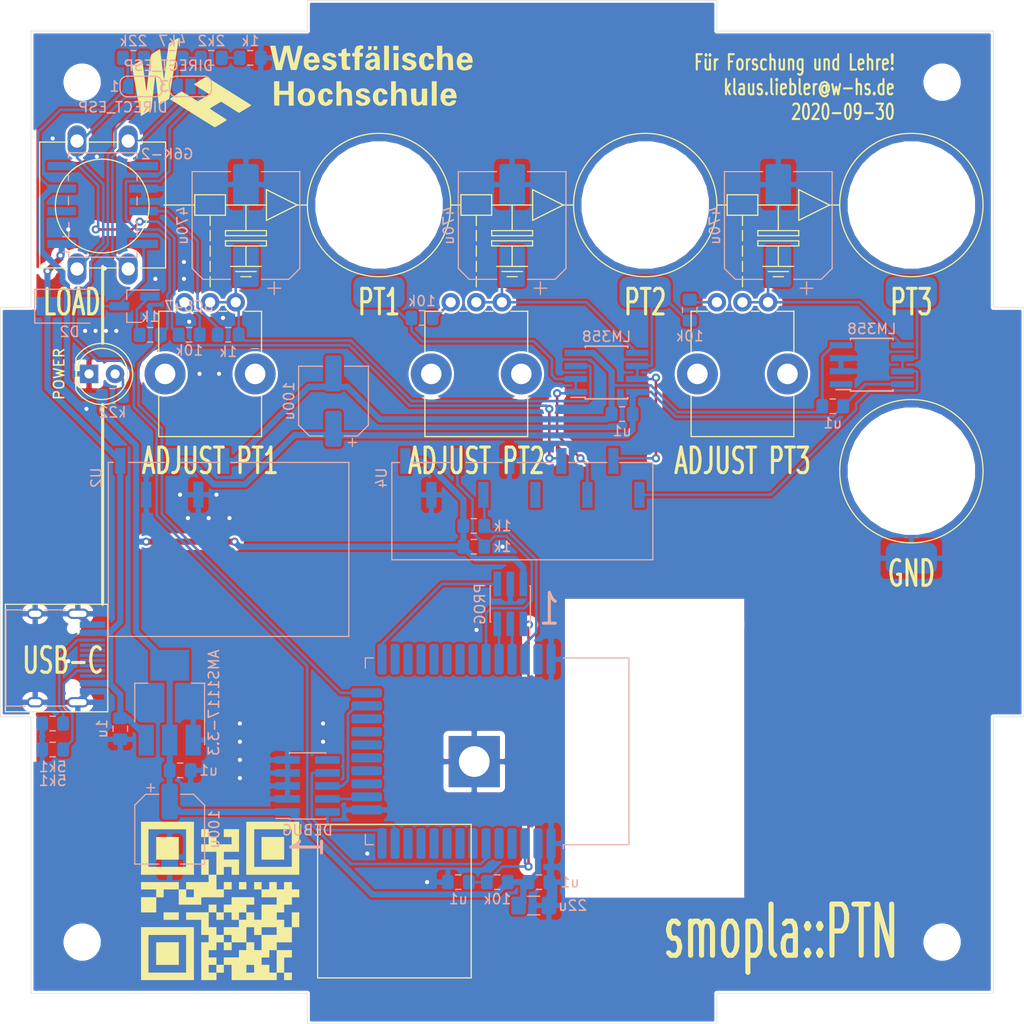
<source format=kicad_pcb>
(kicad_pcb (version 20171130) (host pcbnew "(5.1.8)-1")
  (layers (0 F.Cu signal) (31 B.Cu signal) (34 B.Paste user hide) (35 F.Paste user hide) (36 B.SilkS user) (37 F.SilkS user hide) (38 B.Mask user hide) (39 F.Mask user) (44 Edge.Cuts user))
  (net 0 "")
  (net 1 GND)
  (net 2 -6V)
  (net 3 +6V)
  (net 4 "Net-(C3-Pad1)")
  (net 5 "Net-(C4-Pad1)")
  (net 6 "Net-(C5-Pad1)")
  (net 7 /PT3)
  (net 8 /PT1)
  (net 9 /PT2)
  (net 10 "Net-(R2-Pad2)")
  (net 11 /IN)
  (net 12 SCL)
  (net 13 +3V3)
  (net 14 SDA)
  (net 15 "Net-(R5-Pad2)")
  (net 16 "Net-(R6-Pad2)")
  (net 17 "Net-(U4-Pad6)")
  (net 18 +5V)
  (net 19 "Net-(J5-PadB8)")
  (net 20 "Net-(J5-PadA5)")
  (net 21 "Net-(J5-PadB7)")
  (net 22 "Net-(J5-PadA7)")
  (net 23 "Net-(J5-PadB6)")
  (net 24 "Net-(J5-PadA8)")
  (net 25 "Net-(J5-PadB5)")
  (net 26 "Net-(J5-PadA6)")
  (net 27 PROG_RXD)
  (net 28 PROG_TXD)
  (net 29 PROG_EN)
  (net 30 "Net-(J7-Pad10)")
  (net 31 DEBUG_TDI)
  (net 32 DEBUG_TDO)
  (net 33 DEBUG_TCK)
  (net 34 DEBUG_TMS)
  (net 35 "Net-(JP1-Pad2)")
  (net 36 SW)
  (net 37 "Net-(JP2-Pad2)")
  (net 38 "Net-(JP2-Pad3)")
  (net 39 RELAY_ON)
  (net 40 "Net-(K1-Pad2)")
  (net 41 "Net-(K1-Pad5)")
  (net 42 "Net-(K1-Pad7)")
  (net 43 "Net-(Q1-Pad1)")
  (net 44 "Net-(R12-Pad2)")
  (net 45 "Net-(U6-Pad37)")
  (net 46 "Net-(U6-Pad32)")
  (net 47 "Net-(U6-Pad31)")
  (net 48 "Net-(U6-Pad30)")
  (net 49 "Net-(U6-Pad29)")
  (net 50 "Net-(U6-Pad28)")
  (net 51 "Net-(U6-Pad27)")
  (net 52 "Net-(U6-Pad26)")
  (net 53 "Net-(U6-Pad22)")
  (net 54 "Net-(U6-Pad21)")
  (net 55 "Net-(U6-Pad20)")
  (net 56 "Net-(U6-Pad19)")
  (net 57 "Net-(U6-Pad18)")
  (net 58 "Net-(U6-Pad17)")
  (net 59 "Net-(U6-Pad12)")
  (net 60 "Net-(U6-Pad11)")
  (net 61 "Net-(U6-Pad10)")
  (net 62 "Net-(U6-Pad9)")
  (net 63 "Net-(U6-Pad8)")
  (net 64 "Net-(U6-Pad7)")
  (net 65 "Net-(U6-Pad5)")
  (net 66 "Net-(U6-Pad4)")
  (net 67 PROG_IO0)
  (net 68 "Net-(U5-Pad1)")
  (net 69 "Net-(D1-Pad2)")
  (net 70 "Net-(D2-Pad2)")
  (module Resistor_SMD:R_0805_2012Metric_Pad1.15x1.40mm_HandSolder (layer B.Cu) (at 72.263 82.677 180)
    (fp_text reference R1 hide)
    (fp_text value 1k (at 0 -1.65) (layer B.SilkS) (effects (justify mirror)))
    (pad 2 smd roundrect (at 1.025 0 180) (size 1.15 1.4) (layers B.Cu B.Paste B.Mask) (roundrect_rratio 0.217391) (net 42 "Net-(K1-Pad7)"))
    (pad 1 smd roundrect (at -1.025 0 180) (size 1.15 1.4) (layers B.Cu B.Paste B.Mask) (roundrect_rratio 0.217391) (net 4 "Net-(C3-Pad1)"))
  )
  (module Diode_SMD:D_SMA (layer B.Cu) (at 56.769 79.883)
    (fp_text reference D2 (at 0 2.5) (layer B.SilkS) (effects (justify mirror)))
    (fp_text value D)
    (pad 2 smd rect (at 2 0) (size 2.5 1.8) (layers B.Cu B.Paste B.Mask) (net 70 "Net-(D2-Pad2)"))
    (pad 1 smd rect (at -2 0) (size 2.5 1.8) (layers B.Cu B.Paste B.Mask) (net 18 +5V))
  )
  (module Connector_PinHeader_1.27mm:PinHeader_2x05_P1.27mm_Vertical_SMD (layer B.Cu) (at 80.01 126.746)
    (fp_text reference J7 hide)
    (fp_text value DEBUG (at 0 4.318) (layer B.SilkS) (effects (justify mirror)))
    (pad 10 smd rect (at 1.95 -2.54) (size 2.4 0.74) (layers B.Cu B.Paste B.Mask) (net 30 "Net-(J7-Pad10)"))
    (pad 9 smd rect (at -1.95 -2.54) (size 2.4 0.74) (layers B.Cu B.Paste B.Mask) (net 1 GND))
    (pad 8 smd rect (at 1.95 -1.27) (size 2.4 0.74) (layers B.Cu B.Paste B.Mask) (net 31 DEBUG_TDI))
    (pad 7 smd rect (at -1.95 -1.27) (size 2.4 0.74) (layers B.Cu B.Paste B.Mask) (net 1 GND))
    (pad 6 smd rect (at 1.95 0) (size 2.4 0.74) (layers B.Cu B.Paste B.Mask) (net 32 DEBUG_TDO))
    (pad 5 smd rect (at -1.95 0) (size 2.4 0.74) (layers B.Cu B.Paste B.Mask) (net 1 GND))
    (pad 4 smd rect (at 1.95 1.27) (size 2.4 0.74) (layers B.Cu B.Paste B.Mask) (net 33 DEBUG_TCK))
    (pad 3 smd rect (at -1.95 1.27) (size 2.4 0.74) (layers B.Cu B.Paste B.Mask) (net 1 GND))
    (pad 2 smd rect (at 1.95 2.54) (size 2.4 0.74) (layers B.Cu B.Paste B.Mask) (net 34 DEBUG_TMS))
    (pad 1 smd rect (at -1.95 2.54) (size 2.4 0.74) (layers B.Cu B.Paste B.Mask) (net 13 +3V3))
  )
  (module Resistor_SMD:R_0805_2012Metric_Pad1.15x1.40mm_HandSolder (layer B.Cu) (at 60.96 88.646)
    (fp_text reference R15 hide)
    (fp_text value k22 (at 0 1.604) (layer B.SilkS) (effects (justify mirror)))
    (pad 2 smd roundrect (at 1.025 0) (size 1.15 1.4) (layers B.Cu B.Paste B.Mask) (roundrect_rratio 0.217391) (net 69 "Net-(D1-Pad2)"))
    (pad 1 smd roundrect (at -1.025 0) (size 1.15 1.4) (layers B.Cu B.Paste B.Mask) (roundrect_rratio 0.217391) (net 13 +3V3))
  )
  (module LED_THT:LED_D5.0mm (layer F.Cu) (at 58.674 86.5)
    (fp_text reference D1 hide)
    (fp_text value POWER (at -2.928 0 90) (layer F.SilkS))
    (pad 2 thru_hole circle (at 2.54 0) (size 1.8 1.8) (drill 0.9) (layers *.Cu *.Mask) (net 69 "Net-(D1-Pad2)"))
    (pad 1 thru_hole rect (at 0 0) (size 1.8 1.8) (drill 0.9) (layers *.Cu *.Mask) (net 1 GND))
  )
  (module Symbol:Symbol_CC-Noncommercial_CopperTop_Big (layer F.Cu) (at 130 118.5)
    (fp_text reference ARTWORK5 hide)
    (fp_text value CC_NON_COMMERCIAL hide)
    (fp_line (start 0 3.70078) (end 0.20066 3.70078) (layer F.Cu) (width 0.381))
    (fp_line (start 0.20066 3.70078) (end 0.20066 2.99974) (layer F.Cu) (width 0.381))
    (fp_line (start 0 -3.59918) (end 0.20066 -3.59918) (layer F.Cu) (width 0.381))
    (fp_line (start 0.20066 -3.59918) (end 0.20066 -2.99974) (layer F.Cu) (width 0.381))
    (fp_line (start 0 2.79908) (end 0 3.70078) (layer F.Cu) (width 0.381))
    (fp_line (start 0 -2.99974) (end 0 -3.59918) (layer F.Cu) (width 0.381))
    (fp_line (start -5.30098 -1.50114) (end 5.40004 1.09982) (layer F.Cu) (width 0.381))
    (fp_line (start 5.40004 1.09982) (end 5.30098 1.39954) (layer F.Cu) (width 0.381))
    (fp_line (start 5.30098 1.39954) (end -5.30098 -1.19888) (layer F.Cu) (width 0.381))
    (fp_line (start -5.30098 -1.19888) (end -5.40004 -0.89916) (layer F.Cu) (width 0.381))
    (fp_line (start -5.40004 -0.89916) (end 4.699 1.6002) (layer F.Cu) (width 0.381))
    (fp_line (start 2.30124 -2.4003) (end 2.4003 -2.49936) (layer F.Cu) (width 0.381))
    (fp_line (start 2.4003 -2.49936) (end 1.99898 -2.70002) (layer F.Cu) (width 0.381))
    (fp_line (start 1.99898 -2.70002) (end 1.19888 -2.90068) (layer F.Cu) (width 0.381))
    (fp_line (start 1.19888 -2.90068) (end 0.50038 -2.90068) (layer F.Cu) (width 0.381))
    (fp_line (start 0.50038 -2.90068) (end -0.59944 -2.90068) (layer F.Cu) (width 0.381))
    (fp_line (start -0.59944 -2.90068) (end -0.89916 -2.90068) (layer F.Cu) (width 0.381))
    (fp_line (start -0.89916 -2.90068) (end -1.6002 -2.60096) (layer F.Cu) (width 0.381))
    (fp_line (start -1.6002 -2.60096) (end -2.19964 -1.99898) (layer F.Cu) (width 0.381))
    (fp_line (start -2.19964 -1.99898) (end -2.4003 -1.6002) (layer F.Cu) (width 0.381))
    (fp_line (start -2.4003 -1.6002) (end -2.4003 -1.00076) (layer F.Cu) (width 0.381))
    (fp_line (start -2.4003 -1.00076) (end -2.10058 -0.59944) (layer F.Cu) (width 0.381))
    (fp_line (start -2.10058 -0.59944) (end -1.80086 -0.09906) (layer F.Cu) (width 0.381))
    (fp_line (start -1.80086 -0.09906) (end -1.30048 0.20066) (layer F.Cu) (width 0.381))
    (fp_line (start -1.30048 0.20066) (end -0.50038 0.39878) (layer F.Cu) (width 0.381))
    (fp_line (start -0.50038 0.39878) (end 0.70104 0.59944) (layer F.Cu) (width 0.381))
    (fp_line (start 0.70104 0.59944) (end 1.19888 0.89916) (layer F.Cu) (width 0.381))
    (fp_line (start 1.19888 0.89916) (end 1.50114 1.19888) (layer F.Cu) (width 0.381))
    (fp_line (start 1.50114 1.19888) (end 1.50114 1.6002) (layer F.Cu) (width 0.381))
    (fp_line (start 1.50114 1.6002) (end 1.19888 1.89992) (layer F.Cu) (width 0.381))
    (fp_line (start 1.19888 1.89992) (end 0.59944 2.10058) (layer F.Cu) (width 0.381))
    (fp_line (start 0.59944 2.10058) (end -0.89916 2.10058) (layer F.Cu) (width 0.381))
    (fp_line (start -0.89916 2.10058) (end -1.89992 1.89992) (layer F.Cu) (width 0.381))
    (fp_line (start -1.89992 1.89992) (end -2.19964 1.89992) (layer F.Cu) (width 0.381))
    (fp_line (start -2.19964 1.89992) (end -2.4003 2.10058) (layer F.Cu) (width 0.381))
    (fp_line (start -2.4003 2.10058) (end -2.4003 2.60096) (layer F.Cu) (width 0.381))
    (fp_line (start -2.4003 2.60096) (end -1.80086 2.79908) (layer F.Cu) (width 0.381))
    (fp_line (start -1.80086 2.79908) (end -1.19888 2.90068) (layer F.Cu) (width 0.381))
    (fp_line (start -1.19888 2.90068) (end 0.70104 2.90068) (layer F.Cu) (width 0.381))
    (fp_line (start 0.70104 2.90068) (end 1.50114 2.70002) (layer F.Cu) (width 0.381))
    (fp_line (start 1.50114 2.70002) (end 1.99898 2.30124) (layer F.Cu) (width 0.381))
    (fp_line (start 1.99898 2.30124) (end 2.4003 1.80086) (layer F.Cu) (width 0.381))
    (fp_line (start 2.4003 1.80086) (end 2.4003 1.00076) (layer F.Cu) (width 0.381))
    (fp_line (start 2.4003 1.00076) (end 1.99898 0.39878) (layer F.Cu) (width 0.381))
    (fp_line (start 1.99898 0.39878) (end 1.50114 0) (layer F.Cu) (width 0.381))
    (fp_line (start 1.50114 0) (end 0.8001 -0.29972) (layer F.Cu) (width 0.381))
    (fp_line (start 0.8001 -0.29972) (end -0.59944 -0.50038) (layer F.Cu) (width 0.381))
    (fp_line (start -0.59944 -0.50038) (end -1.30048 -0.8001) (layer F.Cu) (width 0.381))
    (fp_line (start -1.30048 -0.8001) (end -1.6002 -1.30048) (layer F.Cu) (width 0.381))
    (fp_line (start -1.6002 -1.30048) (end -1.30048 -1.69926) (layer F.Cu) (width 0.381))
    (fp_line (start -1.30048 -1.69926) (end -0.59944 -2.10058) (layer F.Cu) (width 0.381))
    (fp_line (start -0.59944 -2.10058) (end 1.00076 -2.10058) (layer F.Cu) (width 0.381))
    (fp_line (start 1.00076 -2.10058) (end 1.80086 -1.80086) (layer F.Cu) (width 0.381))
    (fp_line (start 1.80086 -1.80086) (end 2.19964 -1.80086) (layer F.Cu) (width 0.381))
    (fp_line (start 2.19964 -1.80086) (end 2.4003 -1.99898) (layer F.Cu) (width 0.381))
    (fp_line (start 2.4003 -1.99898) (end 2.4003 -2.4003) (layer F.Cu) (width 0.381))
    (fp_line (start 2.4003 -2.4003) (end 1.89992 -2.4003) (layer F.Cu) (width 0.381))
    (fp_line (start 1.89992 -2.4003) (end 0.8001 -2.60096) (layer F.Cu) (width 0.381))
    (fp_line (start 0.8001 -2.60096) (end -1.09982 -2.60096) (layer F.Cu) (width 0.381))
    (fp_line (start -1.09982 -2.60096) (end -1.89992 -1.99898) (layer F.Cu) (width 0.381))
    (fp_line (start -1.89992 -1.99898) (end -2.19964 -1.19888) (layer F.Cu) (width 0.381))
    (fp_line (start -2.19964 -1.19888) (end -1.89992 -0.70104) (layer F.Cu) (width 0.381))
    (fp_line (start -1.89992 -0.70104) (end -1.30048 -0.09906) (layer F.Cu) (width 0.381))
    (fp_line (start -1.30048 -0.09906) (end 0 0.29972) (layer F.Cu) (width 0.381))
    (fp_line (start 0 0.29972) (end 1.19888 0.59944) (layer F.Cu) (width 0.381))
    (fp_line (start 1.19888 0.59944) (end 1.69926 1.09982) (layer F.Cu) (width 0.381))
    (fp_line (start 1.69926 1.09982) (end 1.6002 1.89992) (layer F.Cu) (width 0.381))
    (fp_line (start 1.6002 1.89992) (end 0.89916 2.30124) (layer F.Cu) (width 0.381))
    (fp_line (start 0.89916 2.30124) (end -0.29972 2.30124) (layer F.Cu) (width 0.381))
    (fp_line (start -0.29972 2.30124) (end -1.6002 2.19964) (layer F.Cu) (width 0.381))
    (fp_line (start -1.6002 2.19964) (end -2.19964 2.19964) (layer F.Cu) (width 0.381))
    (fp_line (start -2.19964 2.19964) (end -2.19964 2.4003) (layer F.Cu) (width 0.381))
    (fp_line (start -2.19964 2.4003) (end -1.09982 2.60096) (layer F.Cu) (width 0.381))
    (fp_line (start -1.09982 2.60096) (end -0.09906 2.60096) (layer F.Cu) (width 0.381))
    (fp_line (start -0.09906 2.60096) (end 0.89916 2.60096) (layer F.Cu) (width 0.381))
    (fp_line (start 0.89916 2.60096) (end 1.80086 2.10058) (layer F.Cu) (width 0.381))
    (fp_line (start 1.80086 2.10058) (end 2.10058 1.6002) (layer F.Cu) (width 0.381))
    (fp_line (start 2.10058 1.6002) (end 1.89992 1.6002) (layer F.Cu) (width 0.381))
    (fp_line (start 1.89992 1.6002) (end 2.19964 1.19888) (layer F.Cu) (width 0.381))
    (fp_line (start 2.19964 1.19888) (end 1.89992 1.19888) (layer F.Cu) (width 0.381))
    (fp_line (start 1.89992 1.19888) (end 1.99898 0.89916) (layer F.Cu) (width 0.381))
    (fp_line (start 1.99898 0.89916) (end 1.39954 0.29972) (layer F.Cu) (width 0.381))
    (fp_line (start 1.39954 0.29972) (end 0.50038 0) (layer F.Cu) (width 0.381))
    (fp_line (start 0.50038 0) (end 0.50038 0.20066) (layer F.Cu) (width 0.381))
    (fp_line (start 0.50038 0.20066) (end 0.89916 0.39878) (layer F.Cu) (width 0.381))
    (fp_line (start 0.89916 0.39878) (end 0.20066 -0.20066) (layer F.Cu) (width 0.381))
    (fp_line (start 0.20066 -0.20066) (end 0.20066 0.09906) (layer F.Cu) (width 0.381))
    (fp_line (start 0.20066 0.09906) (end -0.20066 -0.20066) (layer F.Cu) (width 0.381))
    (fp_line (start -0.20066 -0.20066) (end -0.39878 -0.09906) (layer F.Cu) (width 0.381))
    (fp_line (start -0.39878 -0.09906) (end -1.39954 -0.50038) (layer F.Cu) (width 0.381))
    (fp_line (start -1.39954 -0.50038) (end -1.89992 -1.19888) (layer F.Cu) (width 0.381))
    (fp_line (start -1.89992 -1.19888) (end -1.6002 -1.80086) (layer F.Cu) (width 0.381))
    (fp_line (start -1.6002 -1.80086) (end -0.89916 -2.30124) (layer F.Cu) (width 0.381))
    (fp_line (start -0.89916 -2.30124) (end -0.09906 -2.4003) (layer F.Cu) (width 0.381))
    (fp_line (start -0.09906 -2.4003) (end 1.00076 -2.30124) (layer F.Cu) (width 0.381))
    (fp_line (start 1.00076 -2.30124) (end 2.10058 -2.10058) (layer F.Cu) (width 0.381))
    (fp_line (start 0 -5.40004) (end -0.50038 -5.40004) (layer F.Cu) (width 0.381))
    (fp_line (start -0.50038 -5.40004) (end -1.30048 -5.10032) (layer F.Cu) (width 0.381))
    (fp_line (start -1.30048 -5.10032) (end -1.99898 -4.89966) (layer F.Cu) (width 0.381))
    (fp_line (start -1.99898 -4.89966) (end -2.70002 -4.699) (layer F.Cu) (width 0.381))
    (fp_line (start -2.70002 -4.699) (end -3.29946 -4.20116) (layer F.Cu) (width 0.381))
    (fp_line (start -3.29946 -4.20116) (end -4.0005 -3.59918) (layer F.Cu) (width 0.381))
    (fp_line (start -4.0005 -3.59918) (end -4.50088 -2.99974) (layer F.Cu) (width 0.381))
    (fp_line (start -4.50088 -2.99974) (end -5.00126 -2.10058) (layer F.Cu) (width 0.381))
    (fp_line (start -5.00126 -2.10058) (end -5.30098 -1.09982) (layer F.Cu) (width 0.381))
    (fp_line (start -5.30098 -1.09982) (end -5.40004 0.09906) (layer F.Cu) (width 0.381))
    (fp_line (start -5.40004 0.09906) (end -5.19938 1.30048) (layer F.Cu) (width 0.381))
    (fp_line (start -5.19938 1.30048) (end -4.8006 2.4003) (layer F.Cu) (width 0.381))
    (fp_line (start -4.8006 2.4003) (end -3.79984 3.8989) (layer F.Cu) (width 0.381))
    (fp_line (start -3.79984 3.8989) (end -2.60096 4.8006) (layer F.Cu) (width 0.381))
    (fp_line (start -2.60096 4.8006) (end -1.30048 5.30098) (layer F.Cu) (width 0.381))
    (fp_line (start -1.30048 5.30098) (end 0.09906 5.30098) (layer F.Cu) (width 0.381))
    (fp_line (start 0.09906 5.30098) (end 1.6002 5.19938) (layer F.Cu) (width 0.381))
    (fp_line (start 1.6002 5.19938) (end 2.60096 4.699) (layer F.Cu) (width 0.381))
    (fp_line (start 2.60096 4.699) (end 4.20116 3.40106) (layer F.Cu) (width 0.381))
    (fp_line (start 4.20116 3.40106) (end 5.00126 1.80086) (layer F.Cu) (width 0.381))
    (fp_line (start 5.00126 1.80086) (end 5.40004 0.29972) (layer F.Cu) (width 0.381))
    (fp_line (start 5.40004 0.29972) (end 5.19938 -1.39954) (layer F.Cu) (width 0.381))
    (fp_line (start 5.19938 -1.39954) (end 4.699 -2.49936) (layer F.Cu) (width 0.381))
    (fp_line (start 4.699 -2.49936) (end 3.40106 -4.09956) (layer F.Cu) (width 0.381))
    (fp_line (start 3.40106 -4.09956) (end 2.4003 -4.8006) (layer F.Cu) (width 0.381))
    (fp_line (start 2.4003 -4.8006) (end 1.39954 -5.19938) (layer F.Cu) (width 0.381))
    (fp_line (start 1.39954 -5.19938) (end 0 -5.30098) (layer F.Cu) (width 0.381))
    (fp_circle (center 0 0) (end 5.08 1.016) (layer F.Cu) (width 0.381))
    (fp_circle (center 0 0) (end 5.588 0) (layer F.Cu) (width 0.381))
  )
  (module Symbol:Symbol_CC-Attribution_CopperTop_Big (layer F.Cu) (at 130 131.5)
    (fp_text reference ARTWORK4 hide)
    (fp_text value CC_Attribution hide)
    (fp_line (start -0.39878 0.29972) (end -0.39878 3.29946) (layer F.Cu) (width 0.381))
    (fp_line (start -0.39878 3.29946) (end -0.20066 3.29946) (layer F.Cu) (width 0.381))
    (fp_line (start -0.20066 3.29946) (end -0.20066 0.29972) (layer F.Cu) (width 0.381))
    (fp_line (start -0.20066 0.29972) (end 0.09906 0.29972) (layer F.Cu) (width 0.381))
    (fp_line (start 0.09906 0.29972) (end 0.09906 3.40106) (layer F.Cu) (width 0.381))
    (fp_line (start 0.09906 3.40106) (end 0.29972 3.40106) (layer F.Cu) (width 0.381))
    (fp_line (start 0.29972 3.40106) (end 0.29972 0.29972) (layer F.Cu) (width 0.381))
    (fp_line (start 1.19888 -1.89992) (end -1.39954 -1.89992) (layer F.Cu) (width 0.381))
    (fp_line (start -1.39954 -1.89992) (end -1.39954 -1.50114) (layer F.Cu) (width 0.381))
    (fp_line (start -1.39954 -1.50114) (end -1.39954 -1.6002) (layer F.Cu) (width 0.381))
    (fp_line (start -1.39954 -1.6002) (end 1.19888 -1.6002) (layer F.Cu) (width 0.381))
    (fp_line (start 1.19888 -1.6002) (end 1.19888 -1.30048) (layer F.Cu) (width 0.381))
    (fp_line (start 1.19888 -1.30048) (end -1.30048 -1.30048) (layer F.Cu) (width 0.381))
    (fp_line (start -1.30048 -1.30048) (end -1.30048 -1.09982) (layer F.Cu) (width 0.381))
    (fp_line (start -1.30048 -1.09982) (end 1.09982 -1.09982) (layer F.Cu) (width 0.381))
    (fp_line (start 1.09982 -1.09982) (end 1.09982 -0.8001) (layer F.Cu) (width 0.381))
    (fp_line (start 1.09982 -0.8001) (end -1.39954 -0.8001) (layer F.Cu) (width 0.381))
    (fp_line (start -1.39954 -0.8001) (end -1.39954 -0.50038) (layer F.Cu) (width 0.381))
    (fp_line (start -1.39954 -0.50038) (end 1.09982 -0.50038) (layer F.Cu) (width 0.381))
    (fp_line (start 1.09982 -0.50038) (end 1.09982 -0.29972) (layer F.Cu) (width 0.381))
    (fp_line (start 1.09982 -0.29972) (end -1.39954 -0.29972) (layer F.Cu) (width 0.381))
    (fp_line (start -1.39954 -0.29972) (end -1.39954 -0.09906) (layer F.Cu) (width 0.381))
    (fp_line (start -1.39954 -0.09906) (end 1.09982 -0.09906) (layer F.Cu) (width 0.381))
    (fp_line (start -1.39954 -2.19964) (end 1.09982 -2.19964) (layer F.Cu) (width 0.381))
    (fp_line (start 0.29972 -3.79984) (end 0.29972 -2.99974) (layer F.Cu) (width 0.381))
    (fp_line (start -0.29972 -3.79984) (end -0.29972 -3.0988) (layer F.Cu) (width 0.381))
    (fp_line (start 0 -3.79984) (end 0 -2.99974) (layer F.Cu) (width 0.381))
    (fp_line (start -0.59944 3.50012) (end 0.50038 3.50012) (layer F.Cu) (width 0.381))
    (fp_line (start 0.50038 3.50012) (end 0.50038 0.29972) (layer F.Cu) (width 0.381))
    (fp_line (start -0.59944 0.29972) (end -0.59944 3.50012) (layer F.Cu) (width 0.381))
    (fp_line (start -1.50114 -2.49936) (end 1.30048 -2.49936) (layer F.Cu) (width 0.381))
    (fp_line (start 1.30048 -2.49936) (end 1.30048 0.20066) (layer F.Cu) (width 0.381))
    (fp_line (start 1.30048 0.20066) (end -1.50114 0.20066) (layer F.Cu) (width 0.381))
    (fp_line (start -1.50114 0.20066) (end -1.50114 -2.49936) (layer F.Cu) (width 0.381))
    (fp_circle (center 0 -3.40106) (end 0.29972 -2.90068) (layer F.Cu) (width 0.381))
    (fp_line (start 0 -5.40004) (end -0.50038 -5.40004) (layer F.Cu) (width 0.381))
    (fp_line (start -0.50038 -5.40004) (end -1.30048 -5.10032) (layer F.Cu) (width 0.381))
    (fp_line (start -1.30048 -5.10032) (end -1.99898 -4.89966) (layer F.Cu) (width 0.381))
    (fp_line (start -1.99898 -4.89966) (end -2.70002 -4.699) (layer F.Cu) (width 0.381))
    (fp_line (start -2.70002 -4.699) (end -3.29946 -4.20116) (layer F.Cu) (width 0.381))
    (fp_line (start -3.29946 -4.20116) (end -4.0005 -3.59918) (layer F.Cu) (width 0.381))
    (fp_line (start -4.0005 -3.59918) (end -4.50088 -2.99974) (layer F.Cu) (width 0.381))
    (fp_line (start -4.50088 -2.99974) (end -5.00126 -2.10058) (layer F.Cu) (width 0.381))
    (fp_line (start -5.00126 -2.10058) (end -5.30098 -1.09982) (layer F.Cu) (width 0.381))
    (fp_line (start -5.30098 -1.09982) (end -5.40004 0.09906) (layer F.Cu) (width 0.381))
    (fp_line (start -5.40004 0.09906) (end -5.19938 1.30048) (layer F.Cu) (width 0.381))
    (fp_line (start -5.19938 1.30048) (end -4.8006 2.4003) (layer F.Cu) (width 0.381))
    (fp_line (start -4.8006 2.4003) (end -3.79984 3.8989) (layer F.Cu) (width 0.381))
    (fp_line (start -3.79984 3.8989) (end -2.60096 4.8006) (layer F.Cu) (width 0.381))
    (fp_line (start -2.60096 4.8006) (end -1.30048 5.30098) (layer F.Cu) (width 0.381))
    (fp_line (start -1.30048 5.30098) (end 0.09906 5.30098) (layer F.Cu) (width 0.381))
    (fp_line (start 0.09906 5.30098) (end 1.6002 5.19938) (layer F.Cu) (width 0.381))
    (fp_line (start 1.6002 5.19938) (end 2.60096 4.699) (layer F.Cu) (width 0.381))
    (fp_line (start 2.60096 4.699) (end 4.20116 3.40106) (layer F.Cu) (width 0.381))
    (fp_line (start 4.20116 3.40106) (end 5.00126 1.80086) (layer F.Cu) (width 0.381))
    (fp_line (start 5.00126 1.80086) (end 5.40004 0.29972) (layer F.Cu) (width 0.381))
    (fp_line (start 5.40004 0.29972) (end 5.19938 -1.39954) (layer F.Cu) (width 0.381))
    (fp_line (start 5.19938 -1.39954) (end 4.699 -2.49936) (layer F.Cu) (width 0.381))
    (fp_line (start 4.699 -2.49936) (end 3.40106 -4.09956) (layer F.Cu) (width 0.381))
    (fp_line (start 3.40106 -4.09956) (end 2.4003 -4.8006) (layer F.Cu) (width 0.381))
    (fp_line (start 2.4003 -4.8006) (end 1.39954 -5.19938) (layer F.Cu) (width 0.381))
    (fp_line (start 1.39954 -5.19938) (end 0 -5.30098) (layer F.Cu) (width 0.381))
    (fp_circle (center 0 0) (end 5.08 1.016) (layer F.Cu) (width 0.381))
    (fp_circle (center 0 0) (end 5.588 0) (layer F.Cu) (width 0.381))
  )
  (module Symbol:OSHW-Logo2_14.6x12mm_Copper (layer F.Cu) (at 130 106.5)
    (fp_text reference ARTWORK1 hide)
    (fp_text value OPEN_HARDWARE hide)
    (fp_poly (pts (xy -4.8281 3.861903) (xy -4.71655 3.917522) (xy -4.618092 4.019931) (xy -4.590977 4.057864) (xy -4.561438 4.1075) (xy -4.542272 4.161412) (xy -4.531307 4.233364) (xy -4.526371 4.337122) (xy -4.525287 4.474101) (xy -4.530182 4.661815) (xy -4.547196 4.802758) (xy -4.579823 4.907908) (xy -4.631558 4.988243) (xy -4.705896 5.054741) (xy -4.711358 5.058678) (xy -4.78462 5.098953) (xy -4.87284 5.11888) (xy -4.985038 5.123793) (xy -5.167433 5.123793) (xy -5.167509 5.300857) (xy -5.169207 5.39947) (xy -5.17955 5.457314) (xy -5.206578 5.492006) (xy -5.258332 5.521164) (xy -5.270761 5.527121) (xy -5.328923 5.555039) (xy -5.373956 5.572672) (xy -5.407441 5.574194) (xy -5.430962 5.553781) (xy -5.4461 5.505607) (xy -5.454437 5.423846) (xy -5.457556 5.302672) (xy -5.45704 5.13626) (xy -5.454471 4.918785) (xy -5.453668 4.853736) (xy -5.450778 4.629502) (xy -5.448188 4.482821) (xy -5.167586 4.482821) (xy -5.166009 4.607326) (xy -5.159 4.688787) (xy -5.143142 4.742515) (xy -5.115019 4.783823) (xy -5.095925 4.803971) (xy -5.017865 4.862921) (xy -4.948753 4.86772) (xy -4.87744 4.819038) (xy -4.875632 4.817241) (xy -4.846617 4.779618) (xy -4.828967 4.728484) (xy -4.820064 4.649738) (xy -4.817291 4.529276) (xy -4.817241 4.502588) (xy -4.823942 4.336583) (xy -4.845752 4.221505) (xy -4.885235 4.151254) (xy -4.944956 4.119729) (xy -4.979472 4.116552) (xy -5.061389 4.13146) (xy -5.117579 4.180548) (xy -5.151402 4.270362) (xy -5.16622 4.407445) (xy -5.167586 4.482821) (xy -5.448188 4.482821) (xy -5.447713 4.455952) (xy -5.443753 4.325382) (xy -5.438174 4.230087) (xy -5.430254 4.162364) (xy -5.419269 4.114507) (xy -5.404499 4.078813) (xy -5.385218 4.047578) (xy -5.376951 4.035824) (xy -5.267288 3.924797) (xy -5.128635 3.861847) (xy -4.968246 3.844297) (xy -4.8281 3.861903)) (layer F.Cu) (width 0.01))
    (fp_poly (pts (xy -2.582571 3.877719) (xy -2.488877 3.931914) (xy -2.423736 3.985707) (xy -2.376093 4.042066) (xy -2.343272 4.110987) (xy -2.322594 4.202468) (xy -2.31138 4.326506) (xy -2.306951 4.493098) (xy -2.306437 4.612851) (xy -2.306437 5.053659) (xy -2.430517 5.109283) (xy -2.554598 5.164907) (xy -2.569195 4.682095) (xy -2.575227 4.501779) (xy -2.581555 4.370901) (xy -2.589394 4.280511) (xy -2.599963 4.221664) (xy -2.614477 4.185413) (xy -2.634152 4.16281) (xy -2.640465 4.157917) (xy -2.736112 4.119706) (xy -2.832793 4.134827) (xy -2.890345 4.174943) (xy -2.913755 4.20337) (xy -2.929961 4.240672) (xy -2.940259 4.297223) (xy -2.945951 4.383394) (xy -2.948336 4.509558) (xy -2.948736 4.641042) (xy -2.948814 4.805999) (xy -2.951639 4.922761) (xy -2.961093 5.00151) (xy -2.98106 5.052431) (xy -3.015424 5.085706) (xy -3.068068 5.11152) (xy -3.138383 5.138344) (xy -3.21518 5.167542) (xy -3.206038 4.649346) (xy -3.202357 4.462539) (xy -3.19805 4.32449) (xy -3.191877 4.225568) (xy -3.182598 4.156145) (xy -3.168973 4.10659) (xy -3.149761 4.067273) (xy -3.126598 4.032584) (xy -3.014848 3.92177) (xy -2.878487 3.857689) (xy -2.730175 3.842339) (xy -2.582571 3.877719)) (layer F.Cu) (width 0.01))
    (fp_poly (pts (xy -5.951779 3.866015) (xy -5.814939 3.937968) (xy -5.713949 4.053766) (xy -5.678075 4.128213) (xy -5.650161 4.239992) (xy -5.635871 4.381227) (xy -5.634516 4.535371) (xy -5.645405 4.685879) (xy -5.667847 4.816205) (xy -5.70115 4.909803) (xy -5.711385 4.925922) (xy -5.832618 5.046249) (xy -5.976613 5.118317) (xy -6.132861 5.139408) (xy -6.290852 5.106802) (xy -6.33482 5.087253) (xy -6.420444 5.027012) (xy -6.495592 4.947135) (xy -6.502694 4.937004) (xy -6.531561 4.888181) (xy -6.550643 4.83599) (xy -6.561916 4.767285) (xy -6.567355 4.668918) (xy -6.568938 4.527744) (xy -6.568965 4.496092) (xy -6.568893 4.486019) (xy -6.277011 4.486019) (xy -6.275313 4.619256) (xy -6.268628 4.707674) (xy -6.254575 4.764785) (xy -6.230771 4.804102) (xy -6.218621 4.817241) (xy -6.148764 4.867172) (xy -6.080941 4.864895) (xy -6.012365 4.821584) (xy -5.971465 4.775346) (xy -5.947242 4.707857) (xy -5.933639 4.601433) (xy -5.932706 4.58902) (xy -5.930384 4.396147) (xy -5.95465 4.2529) (xy -6.005176 4.16016) (xy -6.081632 4.118807) (xy -6.108924 4.116552) (xy -6.180589 4.127893) (xy -6.22961 4.167184) (xy -6.259582 4.242326) (xy -6.274101 4.361222) (xy -6.277011 4.486019) (xy -6.568893 4.486019) (xy -6.567878 4.345659) (xy -6.563312 4.240549) (xy -6.553312 4.167714) (xy -6.535921 4.114108) (xy -6.509184 4.066681) (xy -6.503276 4.057864) (xy -6.403968 3.939007) (xy -6.295758 3.870008) (xy -6.164019 3.842619) (xy -6.119283 3.841281) (xy -5.951779 3.866015)) (layer F.Cu) (width 0.01))
    (fp_poly (pts (xy -3.684448 3.884676) (xy -3.569342 3.962111) (xy -3.480389 4.073949) (xy -3.427251 4.216265) (xy -3.416503 4.321015) (xy -3.417724 4.364726) (xy -3.427944 4.398194) (xy -3.456039 4.428179) (xy -3.510884 4.46144) (xy -3.601355 4.504738) (xy -3.736328 4.564833) (xy -3.737011 4.565134) (xy -3.861249 4.622037) (xy -3.963127 4.672565) (xy -4.032233 4.71128) (xy -4.058154 4.73274) (xy -4.058161 4.732913) (xy -4.035315 4.779644) (xy -3.981891 4.831154) (xy -3.920558 4.868261) (xy -3.889485 4.875632) (xy -3.804711 4.850138) (xy -3.731707 4.786291) (xy -3.696087 4.716094) (xy -3.66182 4.664343) (xy -3.594697 4.605409) (xy -3.515792 4.554496) (xy -3.446179 4.526809) (xy -3.431623 4.525287) (xy -3.415237 4.550321) (xy -3.41425 4.614311) (xy -3.426292 4.700593) (xy -3.448993 4.792501) (xy -3.479986 4.873369) (xy -3.481552 4.876509) (xy -3.574819 5.006734) (xy -3.695696 5.095311) (xy -3.832973 5.138786) (xy -3.97544 5.133706) (xy -4.111888 5.076616) (xy -4.117955 5.072602) (xy -4.22529 4.975326) (xy -4.295868 4.848409) (xy -4.334926 4.681526) (xy -4.340168 4.634639) (xy -4.349452 4.413329) (xy -4.338322 4.310124) (xy -4.058161 4.310124) (xy -4.054521 4.374503) (xy -4.034611 4.393291) (xy -3.984974 4.379235) (xy -3.906733 4.346009) (xy -3.819274 4.304359) (xy -3.817101 4.303256) (xy -3.74297 4.264265) (xy -3.713219 4.238244) (xy -3.720555 4.210965) (xy -3.751447 4.175121) (xy -3.83004 4.123251) (xy -3.914677 4.119439) (xy -3.990597 4.157189) (xy -4.043035 4.230001) (xy -4.058161 4.310124) (xy -4.338322 4.310124) (xy -4.330356 4.236261) (xy -4.281366 4.095829) (xy -4.213164 3.997447) (xy -4.090065 3.89803) (xy -3.954472 3.848711) (xy -3.816045 3.845568) (xy -3.684448 3.884676)) (layer F.Cu) (width 0.01))
    (fp_poly (pts (xy -1.255402 3.723857) (xy -1.246846 3.843188) (xy -1.237019 3.913506) (xy -1.223401 3.944179) (xy -1.203473 3.944571) (xy -1.197011 3.94091) (xy -1.11106 3.914398) (xy -0.999255 3.915946) (xy -0.885586 3.943199) (xy -0.81449 3.978455) (xy -0.741595 4.034778) (xy -0.688307 4.098519) (xy -0.651725 4.17951) (xy -0.62895 4.287586) (xy -0.617081 4.43258) (xy -0.613218 4.624326) (xy -0.613149 4.661109) (xy -0.613103 5.074288) (xy -0.705046 5.106339) (xy -0.770348 5.128144) (xy -0.806176 5.138297) (xy -0.80723 5.138391) (xy -0.810758 5.11086) (xy -0.813761 5.034923) (xy -0.81601 4.920565) (xy -0.817276 4.777769) (xy -0.817471 4.690951) (xy -0.817877 4.519773) (xy -0.819968 4.397088) (xy -0.825053 4.313) (xy -0.83444 4.257614) (xy -0.849439 4.221032) (xy -0.871358 4.193359) (xy -0.885043 4.180032) (xy -0.979051 4.126328) (xy -1.081636 4.122307) (xy -1.17471 4.167725) (xy -1.191922 4.184123) (xy -1.217168 4.214957) (xy -1.23468 4.251531) (xy -1.245858 4.304415) (xy -1.252104 4.384177) (xy -1.254818 4.501385) (xy -1.255402 4.662991) (xy -1.255402 5.074288) (xy -1.347345 5.106339) (xy -1.412647 5.128144) (xy -1.448475 5.138297) (xy -1.449529 5.138391) (xy -1.452225 5.110448) (xy -1.454655 5.03163) (xy -1.456722 4.909453) (xy -1.458329 4.751432) (xy -1.459377 4.565083) (xy -1.459769 4.35792) (xy -1.45977 4.348706) (xy -1.45977 3.55902) (xy -1.364885 3.518997) (xy -1.27 3.478973) (xy -1.255402 3.723857)) (layer F.Cu) (width 0.01))
    (fp_poly (pts (xy 0.079944 3.92436) (xy 0.194343 3.966842) (xy 0.195652 3.967658) (xy 0.266403 4.01973) (xy 0.318636 4.080584) (xy 0.355371 4.159887) (xy 0.379634 4.267309) (xy 0.394445 4.412517) (xy 0.402829 4.605179) (xy 0.403564 4.632628) (xy 0.41412 5.046521) (xy 0.325291 5.092456) (xy 0.261018 5.123498) (xy 0.22221 5.138206) (xy 0.220415 5.138391) (xy 0.2137 5.11125) (xy 0.208365 5.038041) (xy 0.205083 4.931081) (xy 0.204368 4.844469) (xy 0.204351 4.704162) (xy 0.197937 4.616051) (xy 0.17558 4.574025) (xy 0.127732 4.571975) (xy 0.044849 4.60379) (xy -0.080287 4.662272) (xy -0.172303 4.710845) (xy -0.219629 4.752986) (xy -0.233542 4.798916) (xy -0.233563 4.801189) (xy -0.210605 4.880311) (xy -0.14263 4.923055) (xy -0.038602 4.929246) (xy 0.03633 4.928172) (xy 0.075839 4.949753) (xy 0.100478 5.001591) (xy 0.114659 5.067632) (xy 0.094223 5.105104) (xy 0.086528 5.110467) (xy 0.014083 5.132006) (xy -0.087367 5.135055) (xy -0.191843 5.120778) (xy -0.265875 5.094688) (xy -0.368228 5.007785) (xy -0.426409 4.886816) (xy -0.437931 4.792308) (xy -0.429138 4.707062) (xy -0.39732 4.637476) (xy -0.334316 4.575672) (xy -0.231969 4.513772) (xy -0.082118 4.443897) (xy -0.072988 4.439948) (xy 0.061997 4.377588) (xy 0.145294 4.326446) (xy 0.180997 4.280488) (xy 0.173203 4.233683) (xy 0.126007 4.179998) (xy 0.111894 4.167644) (xy 0.017359 4.119741) (xy -0.080594 4.121758) (xy -0.165903 4.168724) (xy -0.222504 4.255669) (xy -0.227763 4.272734) (xy -0.278977 4.355504) (xy -0.343963 4.395372) (xy -0.437931 4.434882) (xy -0.437931 4.332658) (xy -0.409347 4.184072) (xy -0.324505 4.047784) (xy -0.280355 4.002191) (xy -0.179995 3.943674) (xy -0.052365 3.917184) (xy 0.079944 3.92436)) (layer F.Cu) (width 0.01))
    (fp_poly (pts (xy 1.065943 3.92192) (xy 1.198565 3.970859) (xy 1.30601 4.057419) (xy 1.348032 4.118352) (xy 1.393843 4.230161) (xy 1.392891 4.311006) (xy 1.344808 4.365378) (xy 1.327017 4.374624) (xy 1.250204 4.40345) (xy 1.210976 4.396065) (xy 1.197689 4.347658) (xy 1.197012 4.32092) (xy 1.172686 4.222548) (xy 1.109281 4.153734) (xy 1.021154 4.120498) (xy 0.922663 4.128861) (xy 0.842602 4.172296) (xy 0.815561 4.197072) (xy 0.796394 4.227129) (xy 0.783446 4.272565) (xy 0.775064 4.343476) (xy 0.769593 4.44996) (xy 0.765378 4.602112) (xy 0.764287 4.650287) (xy 0.760307 4.815095) (xy 0.755781 4.931088) (xy 0.748995 5.007833) (xy 0.738231 5.054893) (xy 0.721773 5.081835) (xy 0.697906 5.098223) (xy 0.682626 5.105463) (xy 0.617733 5.13022) (xy 0.579534 5.138391) (xy 0.566912 5.111103) (xy 0.559208 5.028603) (xy 0.55638 4.889941) (xy 0.558386 4.694162) (xy 0.559011 4.663965) (xy 0.563421 4.485349) (xy 0.568635 4.354923) (xy 0.576055 4.262492) (xy 0.587082 4.197858) (xy 0.603117 4.150825) (xy 0.625561 4.111196) (xy 0.637302 4.094215) (xy 0.704619 4.01908) (xy 0.77991 3.960638) (xy 0.789128 3.955536) (xy 0.924133 3.91526) (xy 1.065943 3.92192)) (layer F.Cu) (width 0.01))
    (fp_poly (pts (xy 2.393914 4.154455) (xy 2.393543 4.372661) (xy 2.392108 4.540519) (xy 2.389002 4.66607) (xy 2.383622 4.757355) (xy 2.375362 4.822415) (xy 2.363616 4.869291) (xy 2.347781 4.906024) (xy 2.33579 4.926991) (xy 2.23649 5.040694) (xy 2.110588 5.111965) (xy 1.971291 5.137538) (xy 1.831805 5.11415) (xy 1.748743 5.072119) (xy 1.661545 4.999411) (xy 1.602117 4.910612) (xy 1.566261 4.79432) (xy 1.549781 4.639135) (xy 1.547447 4.525287) (xy 1.547761 4.517106) (xy 1.751724 4.517106) (xy 1.75297 4.647657) (xy 1.758678 4.73408) (xy 1.771804 4.790618) (xy 1.795306 4.831514) (xy 1.823386 4.862362) (xy 1.917688 4.921905) (xy 2.01894 4.926992) (xy 2.114636 4.877279) (xy 2.122084 4.870543) (xy 2.153874 4.835502) (xy 2.173808 4.793811) (xy 2.1846 4.731762) (xy 2.188965 4.635644) (xy 2.189655 4.529379) (xy 2.188159 4.39588) (xy 2.181964 4.306822) (xy 2.168514 4.248293) (xy 2.145251 4.206382) (xy 2.126175 4.184123) (xy 2.037563 4.127985) (xy 1.935508 4.121235) (xy 1.838095 4.164114) (xy 1.819296 4.180032) (xy 1.787293 4.215382) (xy 1.767318 4.257502) (xy 1.756593 4.320251) (xy 1.752339 4.417487) (xy 1.751724 4.517106) (xy 1.547761 4.517106) (xy 1.554504 4.341947) (xy 1.578472 4.204195) (xy 1.623548 4.100632) (xy 1.693928 4.019856) (xy 1.748743 3.978455) (xy 1.848376 3.933728) (xy 1.963855 3.912967) (xy 2.071199 3.918525) (xy 2.131264 3.940943) (xy 2.154835 3.947323) (xy 2.170477 3.923535) (xy 2.181395 3.859788) (xy 2.189655 3.762687) (xy 2.198699 3.654541) (xy 2.211261 3.589475) (xy 2.234119 3.552268) (xy 2.274051 3.527699) (xy 2.299138 3.516819) (xy 2.394023 3.477072) (xy 2.393914 4.154455)) (layer F.Cu) (width 0.01))
    (fp_poly (pts (xy 3.580124 3.93984) (xy 3.584579 4.016653) (xy 3.588071 4.133391) (xy 3.590315 4.280821) (xy 3.591035 4.435455) (xy 3.591035 4.958727) (xy 3.498645 5.051117) (xy 3.434978 5.108047) (xy 3.379089 5.131107) (xy 3.302702 5.129647) (xy 3.27238 5.125934) (xy 3.17761 5.115126) (xy 3.099222 5.108933) (xy 3.080115 5.108361) (xy 3.015699 5.112102) (xy 2.923571 5.121494) (xy 2.88785 5.125934) (xy 2.800114 5.132801) (xy 2.741153 5.117885) (xy 2.68269 5.071835) (xy 2.661585 5.051117) (xy 2.569195 4.958727) (xy 2.569195 3.979947) (xy 2.643558 3.946066) (xy 2.70759 3.92097) (xy 2.745052 3.912184) (xy 2.754657 3.93995) (xy 2.763635 4.01753) (xy 2.771386 4.136348) (xy 2.777314 4.287828) (xy 2.780173 4.415805) (xy 2.788161 4.919425) (xy 2.857848 4.929278) (xy 2.921229 4.922389) (xy 2.952286 4.900083) (xy 2.960967 4.858379) (xy 2.968378 4.769544) (xy 2.973931 4.644834) (xy 2.977036 4.495507) (xy 2.977484 4.418661) (xy 2.977931 3.976287) (xy 3.069874 3.944235) (xy 3.134949 3.922443) (xy 3.170347 3.912281) (xy 3.171368 3.912184) (xy 3.17492 3.939809) (xy 3.178823 4.016411) (xy 3.182751 4.132579) (xy 3.186376 4.278904) (xy 3.188908 4.415805) (xy 3.196897 4.919425) (xy 3.372069 4.919425) (xy 3.380107 4.459965) (xy 3.388146 4.000505) (xy 3.473543 3.956344) (xy 3.536593 3.926019) (xy 3.57391 3.912258) (xy 3.574987 3.912184) (xy 3.580124 3.93984)) (layer F.Cu) (width 0.01))
    (fp_poly (pts (xy 4.314406 3.935156) (xy 4.398469 3.973393) (xy 4.46445 4.019726) (xy 4.512794 4.071532) (xy 4.546172 4.138363) (xy 4.567253 4.229769) (xy 4.578707 4.355301) (xy 4.583203 4.524508) (xy 4.583678 4.635933) (xy 4.583678 5.070627) (xy 4.509316 5.104509) (xy 4.450746 5.129272) (xy 4.42173 5.138391) (xy 4.416179 5.111257) (xy 4.411775 5.038094) (xy 4.409078 4.931263) (xy 4.408506 4.846437) (xy 4.406046 4.723887) (xy 4.399412 4.626668) (xy 4.389726 4.567134) (xy 4.382032 4.554483) (xy 4.330311 4.567402) (xy 4.249117 4.600539) (xy 4.155102 4.645461) (xy 4.064917 4.693735) (xy 3.995215 4.736928) (xy 3.962648 4.766608) (xy 3.962519 4.766929) (xy 3.96532 4.821857) (xy 3.990439 4.874292) (xy 4.034541 4.916881) (xy 4.098909 4.931126) (xy 4.153921 4.929466) (xy 4.231835 4.928245) (xy 4.272732 4.946498) (xy 4.297295 4.994726) (xy 4.300392 5.00382) (xy 4.31104 5.072598) (xy 4.282565 5.11436) (xy 4.208344 5.134263) (xy 4.128168 5.137944) (xy 3.98389 5.110658) (xy 3.909203 5.07169) (xy 3.816963 4.980148) (xy 3.768043 4.867782) (xy 3.763654 4.749051) (xy 3.805001 4.638411) (xy 3.867197 4.56908) (xy 3.929294 4.530265) (xy 4.026895 4.481125) (xy 4.140632 4.431292) (xy 4.15959 4.423677) (xy 4.284521 4.368545) (xy 4.356539 4.319954) (xy 4.3797 4.271647) (xy 4.358064 4.21737) (xy 4.32092 4.174943) (xy 4.233127 4.122702) (xy 4.13653 4.118784) (xy 4.047944 4.159041) (xy 3.984186 4.239326) (xy 3.975817 4.26004) (xy 3.927096 4.336225) (xy 3.855965 4.392785) (xy 3.766207 4.439201) (xy 3.766207 4.307584) (xy 3.77149 4.227168) (xy 3.794142 4.163786) (xy 3.844367 4.096163) (xy 3.892582 4.044076) (xy 3.967554 3.970322) (xy 4.025806 3.930702) (xy 4.088372 3.91481) (xy 4.159193 3.912184) (xy 4.314406 3.935156)) (layer F.Cu) (width 0.01))
    (fp_poly (pts (xy 5.33569 3.940018) (xy 5.370585 3.955269) (xy 5.453877 4.021235) (xy 5.525103 4.116618) (xy 5.569153 4.218406) (xy 5.576322 4.268587) (xy 5.552285 4.338647) (xy 5.499561 4.375717) (xy 5.443031 4.398164) (xy 5.417146 4.4023) (xy 5.404542 4.372283) (xy 5.379654 4.306961) (xy 5.368735 4.277445) (xy 5.307508 4.175348) (xy 5.218861 4.124423) (xy 5.105193 4.125989) (xy 5.096774 4.127994) (xy 5.036088 4.156767) (xy 4.991474 4.212859) (xy 4.961002 4.303163) (xy 4.942744 4.434571) (xy 4.934771 4.613974) (xy 4.934023 4.709433) (xy 4.933652 4.859913) (xy 4.931223 4.962495) (xy 4.92476 5.027672) (xy 4.912288 5.065938) (xy 4.891833 5.087785) (xy 4.861419 5.103707) (xy 4.859661 5.104509) (xy 4.801091 5.129272) (xy 4.772075 5.138391) (xy 4.767616 5.110822) (xy 4.763799 5.03462) (xy 4.760899 4.919541) (xy 4.759191 4.775341) (xy 4.758851 4.669814) (xy 4.760588 4.465613) (xy 4.767382 4.310697) (xy 4.781607 4.196024) (xy 4.805638 4.112551) (xy 4.841848 4.051236) (xy 4.892612 4.003034) (xy 4.942739 3.969393) (xy 5.063275 3.924619) (xy 5.203557 3.914521) (xy 5.33569 3.940018)) (layer F.Cu) (width 0.01))
    (fp_poly (pts (xy 6.343439 3.95654) (xy 6.45895 4.032034) (xy 6.514664 4.099617) (xy 6.558804 4.222255) (xy 6.562309 4.319298) (xy 6.554368 4.449056) (xy 6.255115 4.580039) (xy 6.109611 4.646958) (xy 6.014537 4.70079) (xy 5.965101 4.747416) (xy 5.956511 4.79272) (xy 5.983972 4.842582) (xy 6.014253 4.875632) (xy 6.102363 4.928633) (xy 6.198196 4.932347) (xy 6.286212 4.891041) (xy 6.350869 4.808983) (xy 6.362433 4.780008) (xy 6.417825 4.689509) (xy 6.481553 4.65094) (xy 6.568966 4.617946) (xy 6.568966 4.743034) (xy 6.561238 4.828156) (xy 6.530966 4.899938) (xy 6.467518 4.982356) (xy 6.458088 4.993066) (xy 6.387513 5.066391) (xy 6.326847 5.105742) (xy 6.25095 5.123845) (xy 6.18803 5.129774) (xy 6.075487 5.131251) (xy 5.99537 5.112535) (xy 5.94539 5.084747) (xy 5.866838 5.023641) (xy 5.812463 4.957554) (xy 5.778052 4.874441) (xy 5.759388 4.762254) (xy 5.752256 4.608946) (xy 5.751687 4.531136) (xy 5.753622 4.437853) (xy 5.929899 4.437853) (xy 5.931944 4.487896) (xy 5.937039 4.496092) (xy 5.970666 4.484958) (xy 6.04303 4.455493) (xy 6.139747 4.413601) (xy 6.159973 4.404597) (xy 6.282203 4.342442) (xy 6.349547 4.287815) (xy 6.364348 4.236649) (xy 6.328947 4.184876) (xy 6.299711 4.162) (xy 6.194216 4.11625) (xy 6.095476 4.123808) (xy 6.012812 4.179651) (xy 5.955548 4.278753) (xy 5.937188 4.357414) (xy 5.929899 4.437853) (xy 5.753622 4.437853) (xy 5.755459 4.349351) (xy 5.769359 4.214853) (xy 5.796894 4.116916) (xy 5.841572 4.044811) (xy 5.906901 3.987813) (xy 5.935383 3.969393) (xy 6.064763 3.921422) (xy 6.206412 3.918403) (xy 6.343439 3.95654)) (layer F.Cu) (width 0.01))
    (fp_poly (pts (xy 0.209014 -5.547002) (xy 0.367006 -5.546137) (xy 0.481347 -5.543795) (xy 0.559407 -5.539238) (xy 0.608554 -5.53173) (xy 0.636159 -5.520534) (xy 0.649592 -5.504912) (xy 0.656221 -5.484127) (xy 0.656865 -5.481437) (xy 0.666935 -5.432887) (xy 0.685575 -5.337095) (xy 0.710845 -5.204257) (xy 0.740807 -5.044569) (xy 0.773522 -4.868226) (xy 0.774664 -4.862033) (xy 0.807433 -4.689218) (xy 0.838093 -4.536531) (xy 0.864664 -4.413129) (xy 0.885167 -4.328169) (xy 0.897626 -4.29081) (xy 0.89822 -4.290148) (xy 0.934919 -4.271905) (xy 1.010586 -4.241503) (xy 1.108878 -4.205507) (xy 1.109425 -4.205315) (xy 1.233233 -4.158778) (xy 1.379196 -4.099496) (xy 1.516781 -4.039891) (xy 1.523293 -4.036944) (xy 1.74739 -3.935235) (xy 2.243619 -4.274103) (xy 2.395846 -4.377408) (xy 2.533741 -4.469763) (xy 2.649315 -4.545916) (xy 2.734579 -4.600615) (xy 2.781544 -4.628607) (xy 2.786004 -4.630683) (xy 2.820134 -4.62144) (xy 2.883881 -4.576844) (xy 2.979731 -4.494791) (xy 3.110169 -4.373179) (xy 3.243328 -4.243795) (xy 3.371694 -4.116298) (xy 3.486581 -3.999954) (xy 3.581073 -3.901948) (xy 3.648253 -3.829464) (xy 3.681206 -3.789687) (xy 3.682432 -3.787639) (xy 3.686074 -3.760344) (xy 3.67235 -3.715766) (xy 3.637869 -3.647888) (xy 3.579239 -3.550689) (xy 3.49307 -3.418149) (xy 3.3782 -3.247524) (xy 3.276254 -3.097345) (xy 3.185123 -2.96265) (xy 3.110073 -2.85126) (xy 3.056369 -2.770995) (xy 3.02928 -2.729675) (xy 3.027574 -2.72687) (xy 3.030882 -2.687279) (xy 3.055953 -2.610331) (xy 3.097798 -2.510568) (xy 3.112712 -2.478709) (xy 3.177786 -2.336774) (xy 3.247212 -2.175727) (xy 3.303609 -2.036379) (xy 3.344247 -1.932956) (xy 3.376526 -1.854358) (xy 3.395178 -1.81328) (xy 3.397497 -1.810115) (xy 3.431803 -1.804872) (xy 3.512669 -1.790506) (xy 3.629343 -1.769063) (xy 3.771075 -1.742587) (xy 3.92711 -1.713123) (xy 4.086698 -1.682717) (xy 4.239085 -1.653412) (xy 4.373521 -1.627255) (xy 4.479252 -1.60629) (xy 4.545526 -1.592561) (xy 4.561782 -1.58868) (xy 4.578573 -1.5791) (xy 4.591249 -1.557464) (xy 4.600378 -1.516469) (xy 4.606531 -1.448811) (xy 4.61028 -1.347188) (xy 4.612192 -1.204297) (xy 4.61284 -1.012835) (xy 4.612874 -0.934355) (xy 4.612874 -0.296094) (xy 4.459598 -0.26584) (xy 4.374322 -0.249436) (xy 4.24707 -0.225491) (xy 4.093315 -0.196893) (xy 3.928534 -0.166533) (xy 3.882989 -0.158194) (xy 3.730932 -0.12863) (xy 3.598468 -0.099558) (xy 3.496714 -0.073671) (xy 3.436788 -0.053663) (xy 3.426805 -0.047699) (xy 3.402293 -0.005466) (xy 3.367148 0.07637) (xy 3.328173 0.181683) (xy 3.320442 0.204368) (xy 3.26936 0.345018) (xy 3.205954 0.503714) (xy 3.143904 0.646225) (xy 3.143598 0.646886) (xy 3.040267 0.87044) (xy 3.719961 1.870232) (xy 3.283621 2.3073) (xy 3.151649 2.437381) (xy 3.031279 2.552048) (xy 2.929273 2.645181) (xy 2.852391 2.710658) (xy 2.807393 2.742357) (xy 2.800938 2.744368) (xy 2.76304 2.728529) (xy 2.685708 2.684496) (xy 2.577389 2.61749) (xy 2.446532 2.532734) (xy 2.305052 2.437816) (xy 2.161461 2.340998) (xy 2.033435 2.256751) (xy 1.929105 2.190258) (xy 1.8566 2.146702) (xy 1.824158 2.131264) (xy 1.784576 2.144328) (xy 1.709519 2.17875) (xy 1.614468 2.22738) (xy 1.604392 2.232785) (xy 1.476391 2.29698) (xy 1.388618 2.328463) (xy 1.334028 2.328798) (xy 1.305575 2.299548) (xy 1.30541 2.299138) (xy 1.291188 2.264498) (xy 1.257269 2.182269) (xy 1.206284 2.058814) (xy 1.140862 1.900498) (xy 1.063634 1.713686) (xy 0.977229 1.504742) (xy 0.893551 1.302446) (xy 0.801588 1.0792) (xy 0.71715 0.872392) (xy 0.642769 0.688362) (xy 0.580974 0.533451) (xy 0.534297 0.413996) (xy 0.505268 0.336339) (xy 0.496322 0.307356) (xy 0.518756 0.27411) (xy 0.577439 0.221123) (xy 0.655689 0.162704) (xy 0.878534 -0.022048) (xy 1.052718 -0.233818) (xy 1.176154 -0.468144) (xy 1.246754 -0.720566) (xy 1.262431 -0.986623) (xy 1.251036 -1.109425) (xy 1.18895 -1.364207) (xy 1.082023 -1.589199) (xy 0.936889 -1.782183) (xy 0.760178 -1.940939) (xy 0.558522 -2.06325) (xy 0.338554 -2.146895) (xy 0.106906 -2.189656) (xy -0.129791 -2.189313) (xy -0.364905 -2.143648) (xy -0.591804 -2.050441) (xy -0.803856 -1.907473) (xy -0.892364 -1.826617) (xy -1.062111 -1.618993) (xy -1.180301 -1.392105) (xy -1.247722 -1.152567) (xy -1.26516 -0.906993) (xy -1.233402 -0.661997) (xy -1.153235 -0.424192) (xy -1.025445 -0.200193) (xy -0.85082 0.003387) (xy -0.655688 0.162704) (xy -0.574409 0.223602) (xy -0.516991 0.276015) (xy -0.496322 0.307406) (xy -0.507144 0.341639) (xy -0.537923 0.423419) (xy -0.586126 0.546407) (xy -0.649222 0.704263) (xy -0.724678 0.890649) (xy -0.809962 1.099226) (xy -0.893781 1.302496) (xy -0.986255 1.525933) (xy -1.071911 1.732984) (xy -1.148118 1.917286) (xy -1.212247 2.072475) (xy -1.261668 2.192188) (xy -1.293752 2.270061) (xy -1.305641 2.299138) (xy -1.333726 2.328677) (xy -1.388051 2.328591) (xy -1.475605 2.297326) (xy -1.603381 2.233329) (xy -1.604392 2.232785) (xy -1.700598 2.183121) (xy -1.778369 2.146945) (xy -1.822223 2.131408) (xy -1.824158 2.131264) (xy -1.857171 2.147024) (xy -1.930054 2.19085) (xy -2.034678 2.257557) (xy -2.16291 2.341964) (xy -2.305052 2.437816) (xy -2.449767 2.534867) (xy -2.580196 2.61927) (xy -2.68789 2.685801) (xy -2.764402 2.729238) (xy -2.800938 2.744368) (xy -2.834582 2.724482) (xy -2.902224 2.668903) (xy -2.997107 2.583754) (xy -3.11247 2.475153) (xy -3.241555 2.349221) (xy -3.283771 2.307149) (xy -3.720261 1.869931) (xy -3.388023 1.38234) (xy -3.287054 1.232605) (xy -3.198438 1.09822) (xy -3.127146 0.986969) (xy -3.07815 0.906639) (xy -3.056422 0.865014) (xy -3.055785 0.862053) (xy -3.06724 0.822818) (xy -3.098051 0.743895) (xy -3.142884 0.638509) (xy -3.174353 0.567954) (xy -3.233192 0.432876) (xy -3.288604 0.296409) (xy -3.331564 0.181103) (xy -3.343234 0.145977) (xy -3.376389 0.052174) (xy -3.408799 -0.020306) (xy -3.426601 -0.047699) (xy -3.465886 -0.064464) (xy -3.551626 -0.08823) (xy -3.672697 -0.116303) (xy -3.817973 -0.145991) (xy -3.882988 -0.158194) (xy -4.048087 -0.188532) (xy -4.206448 -0.217907) (xy -4.342596 -0.243431) (xy -4.441057 -0.262215) (xy -4.459598 -0.26584) (xy -4.612873 -0.296094) (xy -4.612873 -0.934355) (xy -4.612529 -1.14423) (xy -4.611116 -1.30302) (xy -4.608064 -1.418027) (xy -4.602803 -1.496554) (xy -4.594763 -1.545904) (xy -4.583373 -1.573381) (xy -4.568063 -1.586287) (xy -4.561782 -1.58868) (xy -4.523896 -1.597167) (xy -4.440195 -1.6141) (xy -4.321433 -1.637434) (xy -4.178361 -1.665125) (xy -4.021732 -1.695127) (xy -3.862297 -1.725396) (xy -3.710809 -1.753885) (xy -3.578019 -1.778551) (xy -3.474681 -1.797349) (xy -3.411545 -1.808233) (xy -3.397497 -1.810115) (xy -3.38477 -1.835296) (xy -3.3566 -1.902378) (xy -3.318252 -1.998667) (xy -3.303609 -2.036379) (xy -3.244548 -2.182079) (xy -3.175 -2.343049) (xy -3.112712 -2.478709) (xy -3.066879 -2.582439) (xy -3.036387 -2.667674) (xy -3.026208 -2.719874) (xy -3.027831 -2.72687) (xy -3.049343 -2.759898) (xy -3.098465 -2.833357) (xy -3.169923 -2.939423) (xy -3.258445 -3.070274) (xy -3.358759 -3.218088) (xy -3.378594 -3.247266) (xy -3.494988 -3.420137) (xy -3.580548 -3.551774) (xy -3.638684 -3.648239) (xy -3.672808 -3.715592) (xy -3.686331 -3.759894) (xy -3.682664 -3.787206) (xy -3.68257 -3.78738) (xy -3.653707 -3.823254) (xy -3.589867 -3.892609) (xy -3.497969 -3.988255) (xy -3.384933 -4.103001) (xy -3.257679 -4.229659) (xy -3.243328 -4.243795) (xy -3.082957 -4.399097) (xy -2.959195 -4.51313) (xy -2.869555 -4.587998) (xy -2.811552 -4.625804) (xy -2.786004 -4.630683) (xy -2.748718 -4.609397) (xy -2.671343 -4.560227) (xy -2.561867 -4.488425) (xy -2.42828 -4.399245) (xy -2.27857 -4.297937) (xy -2.243618 -4.274103) (xy -1.74739 -3.935235) (xy -1.523293 -4.036944) (xy -1.387011 -4.096217) (xy -1.240724 -4.15583) (xy -1.114965 -4.20336) (xy -1.109425 -4.205315) (xy -1.011057 -4.241323) (xy -0.935229 -4.271771) (xy -0.898282 -4.290095) (xy -0.89822 -4.290148) (xy -0.886496 -4.323271) (xy -0.866568 -4.404733) (xy -0.840413 -4.525375) (xy -0.81001 -4.676041) (xy -0.777337 -4.847572) (xy -0.774664 -4.862033) (xy -0.74189 -5.038765) (xy -0.711802 -5.19919) (xy -0.686339 -5.333112) (xy -0.667441 -5.430337) (xy -0.657047 -5.480668) (xy -0.656865 -5.481437) (xy -0.650539 -5.502847) (xy -0.638239 -5.519012) (xy -0.612594 -5.530669) (xy -0.566235 -5.538555) (xy -0.491792 -5.543407) (xy -0.381895 -5.545961) (xy -0.229175 -5.546955) (xy -0.026262 -5.547126) (xy 0 -5.547126) (xy 0.209014 -5.547002)) (layer F.Cu) (width 0.01))
  )
  (module smopla:ADS1115_MODULE_SMD (layer B.Cu) (at 101 96.655 270)
    (fp_text reference U4 (at 0 13.76 90) (layer B.SilkS) (effects (justify mirror)))
    (fp_text value ADS1115_MODULE)
    (pad 10 smd rect (at 1.655 -11.43 270) (size 2.51 1) (layers B.Cu B.Paste B.Mask) (net 7 /PT3))
    (pad 8 smd rect (at 1.655 -6.35 270) (size 2.51 1) (layers B.Cu B.Paste B.Mask) (net 8 /PT1))
    (pad 6 smd rect (at 1.655 -1.27 270) (size 2.51 1) (layers B.Cu B.Paste B.Mask) (net 17 "Net-(U4-Pad6)"))
    (pad 4 smd rect (at 1.655 3.81 270) (size 2.51 1) (layers B.Cu B.Paste B.Mask) (net 14 SDA))
    (pad 2 smd rect (at 1.655 8.89 270) (size 2.51 1) (layers B.Cu B.Paste B.Mask) (net 1 GND))
    (pad 9 smd rect (at -1.655 -8.89 270) (size 2.51 1) (layers B.Cu B.Paste B.Mask) (net 9 /PT2))
    (pad 7 smd rect (at -1.655 -3.81 270) (size 2.51 1) (layers B.Cu B.Paste B.Mask) (net 11 /IN))
    (pad 5 smd rect (at -1.655 1.27 270) (size 2.51 1) (layers B.Cu B.Paste B.Mask) (net 1 GND))
    (pad 3 smd rect (at -1.655 6.35 270) (size 2.51 1) (layers B.Cu B.Paste B.Mask) (net 12 SCL))
    (pad 1 smd rect (at -1.655 11.43 270) (size 2.51 1) (layers B.Cu B.Paste B.Mask) (net 13 +3V3))
  )
  (module Resistor_SMD:R_0805_2012Metric_Pad1.15x1.40mm_HandSolder (layer B.Cu) (at 98.552 136.144 180)
    (fp_text reference R14 hide)
    (fp_text value 10k (at 0 -1.65) (layer B.SilkS) (effects (justify mirror)))
    (pad 2 smd roundrect (at 1.025 0 180) (size 1.15 1.4) (layers B.Cu B.Paste B.Mask) (roundrect_rratio 0.217391) (net 29 PROG_EN))
    (pad 1 smd roundrect (at -1.025 0 180) (size 1.15 1.4) (layers B.Cu B.Paste B.Mask) (roundrect_rratio 0.217391) (net 13 +3V3))
  )
  (module Capacitor_SMD:C_0805_2012Metric_Pad1.15x1.40mm_HandSolder (layer B.Cu) (at 102.616 136.144)
    (fp_text reference C12 hide)
    (fp_text value u1 (at 3.048 0) (layer B.SilkS) (effects (justify mirror)))
    (pad 2 smd roundrect (at 1.025 0) (size 1.15 1.4) (layers B.Cu B.Paste B.Mask) (roundrect_rratio 0.217391) (net 1 GND))
    (pad 1 smd roundrect (at -1.025 0) (size 1.15 1.4) (layers B.Cu B.Paste B.Mask) (roundrect_rratio 0.217391) (net 13 +3V3))
  )
  (module Capacitor_SMD:C_1206_3216Metric_Pad1.42x1.75mm_HandSolder (layer B.Cu) (at 102.108 138.43)
    (fp_text reference C11 hide)
    (fp_text value 22u (at 3.81 0) (layer B.SilkS) (effects (justify mirror)))
    (pad 2 smd roundrect (at 1.4875 0) (size 1.425 1.75) (layers B.Cu B.Paste B.Mask) (roundrect_rratio 0.175439) (net 1 GND))
    (pad 1 smd roundrect (at -1.4875 0) (size 1.425 1.75) (layers B.Cu B.Paste B.Mask) (roundrect_rratio 0.175439) (net 13 +3V3))
  )
  (module Capacitor_SMD:C_0805_2012Metric_Pad1.15x1.40mm_HandSolder (layer B.Cu) (at 94.742 136.144 180)
    (fp_text reference C10 hide)
    (fp_text value u1 (at 0 -1.65) (layer B.SilkS) (effects (justify mirror)))
    (pad 2 smd roundrect (at 1.025 0 180) (size 1.15 1.4) (layers B.Cu B.Paste B.Mask) (roundrect_rratio 0.217391) (net 1 GND))
    (pad 1 smd roundrect (at -1.025 0 180) (size 1.15 1.4) (layers B.Cu B.Paste B.Mask) (roundrect_rratio 0.217391) (net 29 PROG_EN))
  )
  (module sensact:SOIC-8_3.9x4.9mm_Pitch1.27mm_handsolder (layer B.Cu) (at 135.128 85.598)
    (fp_text reference U5 hide)
    (fp_text value LM358 (at 0 -3.5) (layer B.SilkS) (effects (justify mirror)))
    (pad 8 smd rect (at 3 1.905) (size 2.2 0.6) (layers B.Cu B.Paste B.Mask) (net 3 +6V))
    (pad 7 smd rect (at 3 0.635) (size 2.2 0.6) (layers B.Cu B.Paste B.Mask) (net 7 /PT3))
    (pad 6 smd rect (at 3 -0.635) (size 2.2 0.6) (layers B.Cu B.Paste B.Mask) (net 7 /PT3))
    (pad 5 smd rect (at 3 -1.905) (size 2.2 0.6) (layers B.Cu B.Paste B.Mask) (net 6 "Net-(C5-Pad1)"))
    (pad 4 smd rect (at -3 -1.905) (size 2.2 0.6) (layers B.Cu B.Paste B.Mask) (net 2 -6V))
    (pad 3 smd rect (at -3 -0.635) (size 2.2 0.6) (layers B.Cu B.Paste B.Mask) (net 1 GND))
    (pad 2 smd rect (at -3 0.635) (size 2.2 0.6) (layers B.Cu B.Paste B.Mask) (net 1 GND))
    (pad 1 smd rect (at -3 1.905) (size 2.2 0.6) (layers B.Cu B.Paste B.Mask) (net 68 "Net-(U5-Pad1)"))
  )
  (module smopla:ESP32-WROOM-32_HANDSOLDER (layer B.Cu) (at 95.545 123.365 90)
    (fp_text reference U6 hide)
    (fp_text value ESP32-WROOM-32 hide)
    (pad 38 smd roundrect (at 9 8.255 270) (size 3 0.9) (layers B.Cu B.Paste B.Mask) (net 1 GND))
    (pad 37 smd roundrect (at 9 6.985 270) (size 3 0.9) (layers B.Cu B.Paste B.Mask) (net 45 "Net-(U6-Pad37)"))
    (pad 36 smd roundrect (at 9 5.715 270) (size 3 0.9) (layers B.Cu B.Paste B.Mask) (net 14 SDA))
    (pad 35 smd roundrect (at 9 4.445 270) (size 3 0.9) (layers B.Cu B.Paste B.Mask) (net 28 PROG_TXD))
    (pad 34 smd roundrect (at 9 3.175 270) (size 3 0.9) (layers B.Cu B.Paste B.Mask) (net 27 PROG_RXD))
    (pad 33 smd roundrect (at 9 1.905 270) (size 3 0.9) (layers B.Cu B.Paste B.Mask) (net 12 SCL))
    (pad 32 smd roundrect (at 9 0.635 270) (size 3 0.9) (layers B.Cu B.Paste B.Mask) (net 46 "Net-(U6-Pad32)"))
    (pad 31 smd roundrect (at 9 -0.635 270) (size 3 0.9) (layers B.Cu B.Paste B.Mask) (net 47 "Net-(U6-Pad31)"))
    (pad 30 smd roundrect (at 9 -1.905 270) (size 3 0.9) (layers B.Cu B.Paste B.Mask) (net 48 "Net-(U6-Pad30)"))
    (pad 29 smd roundrect (at 9 -3.175 270) (size 3 0.9) (layers B.Cu B.Paste B.Mask) (net 49 "Net-(U6-Pad29)"))
    (pad 28 smd roundrect (at 9 -4.445 270) (size 3 0.9) (layers B.Cu B.Paste B.Mask) (net 50 "Net-(U6-Pad28)"))
    (pad 27 smd roundrect (at 9 -5.715 270) (size 3 0.9) (layers B.Cu B.Paste B.Mask) (net 51 "Net-(U6-Pad27)"))
    (pad 26 smd roundrect (at 9 -6.985 270) (size 3 0.9) (layers B.Cu B.Paste B.Mask) (net 52 "Net-(U6-Pad26)"))
    (pad 25 smd roundrect (at 9 -8.255 270) (size 3 0.9) (layers B.Cu B.Paste B.Mask) (net 67 PROG_IO0))
    (pad 24 smd roundrect (at 5.715 -9.755) (size 3 0.9) (layers B.Cu B.Paste B.Mask) (net 39 RELAY_ON))
    (pad 23 smd roundrect (at 4.445 -9.755) (size 3 0.9) (layers B.Cu B.Paste B.Mask) (net 32 DEBUG_TDO))
    (pad 22 smd roundrect (at 3.175 -9.755) (size 3 0.9) (layers B.Cu B.Paste B.Mask) (net 53 "Net-(U6-Pad22)"))
    (pad 21 smd roundrect (at 1.905 -9.755) (size 3 0.9) (layers B.Cu B.Paste B.Mask) (net 54 "Net-(U6-Pad21)"))
    (pad 20 smd roundrect (at 0.635 -9.755) (size 3 0.9) (layers B.Cu B.Paste B.Mask) (net 55 "Net-(U6-Pad20)"))
    (pad 19 smd roundrect (at -0.635 -9.755) (size 3 0.9) (layers B.Cu B.Paste B.Mask) (net 56 "Net-(U6-Pad19)"))
    (pad 18 smd roundrect (at -1.905 -9.755) (size 3 0.9) (layers B.Cu B.Paste B.Mask) (net 57 "Net-(U6-Pad18)"))
    (pad 17 smd roundrect (at -3.175 -9.755) (size 3 0.9) (layers B.Cu B.Paste B.Mask) (net 58 "Net-(U6-Pad17)"))
    (pad 16 smd roundrect (at -4.445 -9.755) (size 3 0.9) (layers B.Cu B.Paste B.Mask) (net 33 DEBUG_TCK))
    (pad 15 smd roundrect (at -5.715 -9.755) (size 3 0.9) (layers B.Cu B.Paste B.Mask) (net 1 GND))
    (pad 14 smd roundrect (at -9 -8.255 90) (size 3 0.9) (layers B.Cu B.Paste B.Mask) (net 31 DEBUG_TDI))
    (pad 13 smd roundrect (at -9 -6.985 90) (size 3 0.9) (layers B.Cu B.Paste B.Mask) (net 34 DEBUG_TMS))
    (pad 12 smd roundrect (at -9 -5.715 90) (size 3 0.9) (layers B.Cu B.Paste B.Mask) (net 59 "Net-(U6-Pad12)"))
    (pad 11 smd roundrect (at -9 -4.445 90) (size 3 0.9) (layers B.Cu B.Paste B.Mask) (net 60 "Net-(U6-Pad11)"))
    (pad 10 smd roundrect (at -9 -3.175 90) (size 3 0.9) (layers B.Cu B.Paste B.Mask) (net 61 "Net-(U6-Pad10)"))
    (pad 9 smd roundrect (at -9 -1.905 90) (size 3 0.9) (layers B.Cu B.Paste B.Mask) (net 62 "Net-(U6-Pad9)"))
    (pad 8 smd roundrect (at -9 -0.635 90) (size 3 0.9) (layers B.Cu B.Paste B.Mask) (net 63 "Net-(U6-Pad8)"))
    (pad 7 smd roundrect (at -9 0.635 90) (size 3 0.9) (layers B.Cu B.Paste B.Mask) (net 64 "Net-(U6-Pad7)"))
    (pad 6 smd roundrect (at -9 1.905 90) (size 3 0.9) (layers B.Cu B.Paste B.Mask) (net 36 SW))
    (pad 5 smd roundrect (at -9 3.175 90) (size 3 0.9) (layers B.Cu B.Paste B.Mask) (net 65 "Net-(U6-Pad5)"))
    (pad 4 smd roundrect (at -9 4.445 90) (size 3 0.9) (layers B.Cu B.Paste B.Mask) (net 66 "Net-(U6-Pad4)"))
    (pad 3 smd roundrect (at -9 5.715 90) (size 3 0.9) (layers B.Cu B.Paste B.Mask) (net 29 PROG_EN))
    (pad 2 smd roundrect (at -9 6.985 90) (size 3 0.9) (layers B.Cu B.Paste B.Mask) (net 13 +3V3))
    (pad 1 smd roundrect (at -9 8.255 90) (size 3 0.9) (layers B.Cu B.Paste B.Mask) (net 1 GND))
    (pad 39 thru_hole rect (at -1 0.755 90) (size 5 5) (drill 3) (layers *.Cu *.Mask) (net 1 GND))
  )
  (module smopla:USB_C_Receptacle_HANDSOLDER (layer B.Cu) (at 54.455 114.25 90)
    (fp_text reference J5 hide)
    (fp_text value USB_C_Receptacle_USB2.0 hide)
    (pad B1 smd rect (at 3.25 4.545 90) (size 0.6 2.45) (layers B.Cu B.Paste B.Mask) (net 1 GND))
    (pad A9 smd rect (at 2.45 4.545 90) (size 0.6 2.45) (layers B.Cu B.Paste B.Mask) (net 18 +5V))
    (pad B9 smd rect (at -2.45 4.545 90) (size 0.6 2.45) (layers B.Cu B.Paste B.Mask) (net 18 +5V))
    (pad B12 smd rect (at -3.25 4.545 90) (size 0.6 2.45) (layers B.Cu B.Paste B.Mask) (net 1 GND))
    (pad A1 smd rect (at -3.25 4.545 90) (size 0.6 2.45) (layers B.Cu B.Paste B.Mask) (net 1 GND))
    (pad A4 smd rect (at -2.45 4.545 90) (size 0.6 2.45) (layers B.Cu B.Paste B.Mask) (net 18 +5V))
    (pad B4 smd rect (at 2.45 4.545 90) (size 0.6 2.45) (layers B.Cu B.Paste B.Mask) (net 18 +5V))
    (pad A12 smd rect (at 3.25 4.545 90) (size 0.6 2.45) (layers B.Cu B.Paste B.Mask) (net 1 GND))
    (pad B8 smd rect (at -1.75 4.545 90) (size 0.3 2.45) (layers B.Cu B.Paste B.Mask) (net 19 "Net-(J5-PadB8)"))
    (pad A5 smd rect (at -1.25 4.545 90) (size 0.3 2.45) (layers B.Cu B.Paste B.Mask) (net 20 "Net-(J5-PadA5)"))
    (pad B7 smd rect (at -0.75 4.545 90) (size 0.3 2.45) (layers B.Cu B.Paste B.Mask) (net 21 "Net-(J5-PadB7)"))
    (pad A7 smd rect (at 0.25 4.545 90) (size 0.3 2.45) (layers B.Cu B.Paste B.Mask) (net 22 "Net-(J5-PadA7)"))
    (pad B6 smd rect (at 0.75 4.545 90) (size 0.3 2.45) (layers B.Cu B.Paste B.Mask) (net 23 "Net-(J5-PadB6)"))
    (pad A8 smd rect (at 1.25 4.545 90) (size 0.3 2.45) (layers B.Cu B.Paste B.Mask) (net 24 "Net-(J5-PadA8)"))
    (pad B5 smd rect (at 1.75 4.545 90) (size 0.3 2.45) (layers B.Cu B.Paste B.Mask) (net 25 "Net-(J5-PadB5)"))
    (pad A6 smd rect (at -0.25 4.545 90) (size 0.3 2.45) (layers B.Cu B.Paste B.Mask) (net 26 "Net-(J5-PadA6)"))
    (pad S1 thru_hole oval (at 4.32 3.13 90) (size 1 2.1) (drill oval 0.6 1.7) (layers *.Cu *.Mask) (net 1 GND))
    (pad S1 thru_hole oval (at -4.32 3.13 90) (size 1 2.1) (drill oval 0.6 1.7) (layers *.Cu *.Mask) (net 1 GND))
    (pad "" np_thru_hole circle (at -2.89 2.6 90) (size 0.65 0.65) (drill 0.65) (layers *.Cu *.Mask))
    (pad S1 thru_hole oval (at -4.32 -1.05 90) (size 1 1.6) (drill oval 0.6 1.2) (layers *.Cu *.Mask) (net 1 GND))
    (pad "" np_thru_hole circle (at 2.89 2.6 90) (size 0.65 0.65) (drill 0.65) (layers *.Cu *.Mask))
    (pad S1 thru_hole oval (at 4.32 -1.05 90) (size 1 1.6) (drill oval 0.6 1.2) (layers *.Cu *.Mask) (net 1 GND))
  )
  (module smopla:LABORATORY_JACK_RECESSED (layer F.Cu) (at 139 96 180)
    (fp_text reference J4 hide)
    (fp_text value GND (at 0 -10) (layer F.SilkS) (effects (font (size 2.5 1.5) (thickness 0.3))))
    (pad 1 smd roundrect (at 0 -8.5 180) (size 5 3) (layers B.Cu B.Paste B.Mask) (net 1 GND))
    (pad "" np_thru_hole circle (at 0 0 180) (size 12 12) (drill 12) (layers *.Cu *.Mask))
  )
  (module smopla:LABORATORY_JACK_RECESSED (layer F.Cu) (at 139 70 180)
    (fp_text reference J3 hide)
    (fp_text value PT3 (at 0 -9.5) (layer F.SilkS) (effects (font (size 2.5 1.5) (thickness 0.3))))
    (pad 1 smd roundrect (at 0 -8.5 180) (size 5 3) (layers B.Cu B.Paste B.Mask) (net 7 /PT3))
    (pad "" np_thru_hole circle (at 0 0 180) (size 12 12) (drill 12) (layers *.Cu *.Mask))
  )
  (module smopla:LABORATORY_JACK_RECESSED (layer F.Cu) (at 113 70 180)
    (fp_text reference J2 hide)
    (fp_text value PT2 (at 0 -9.5) (layer F.SilkS) (effects (font (size 2.5 1.5) (thickness 0.3))))
    (pad 1 smd roundrect (at 0 -8.5 180) (size 5 3) (layers B.Cu B.Paste B.Mask) (net 9 /PT2))
    (pad "" np_thru_hole circle (at 0 0 180) (size 12 12) (drill 12) (layers *.Cu *.Mask))
  )
  (module smopla:LABORATORY_JACK_RECESSED (layer F.Cu) (at 87 70 180)
    (fp_text reference J1 hide)
    (fp_text value PT1 (at 0 -9.5) (layer F.SilkS) (effects (font (size 2.5 1.5) (thickness 0.3))))
    (pad 1 smd roundrect (at 0 -8.5 180) (size 5 3) (layers B.Cu B.Paste B.Mask) (net 8 /PT1))
    (pad "" np_thru_hole circle (at 0 0 180) (size 12 12) (drill 12) (layers *.Cu *.Mask))
  )
  (module Potentiometer_THT:Potentiometer_Alps_RK09K_Single_Vertical (layer F.Cu) (at 120 79.5 270)
    (fp_text reference RV3 hide)
    (fp_text value 10k hide)
    (pad "" np_thru_hole circle (at 7 1.9 270) (size 4 4) (drill 2) (layers *.Cu *.Mask))
    (pad "" np_thru_hole circle (at 7 -6.9 270) (size 4 4) (drill 2) (layers *.Cu *.Mask))
    (pad 1 thru_hole circle (at 0 0 270) (size 1.8 1.8) (drill 1) (layers *.Cu *.Mask) (net 16 "Net-(R6-Pad2)"))
    (pad 2 thru_hole circle (at 0 -2.5 270) (size 1.8 1.8) (drill 1) (layers *.Cu *.Mask) (net 6 "Net-(C5-Pad1)"))
    (pad 3 thru_hole circle (at 0 -5 270) (size 1.8 1.8) (drill 1) (layers *.Cu *.Mask) (net 6 "Net-(C5-Pad1)"))
  )
  (module Capacitor_SMD:CP_Elec_10x10 (layer B.Cu) (at 126 72 90)
    (fp_text reference C5 hide)
    (fp_text value 470u (at 0 -6.2 90) (layer B.SilkS) (effects (justify mirror)))
    (pad 2 smd roundrect (at 4 0 90) (size 4 2.5) (layers B.Cu B.Paste B.Mask) (roundrect_rratio 0.1) (net 1 GND))
    (pad 1 smd roundrect (at -4 0 90) (size 4 2.5) (layers B.Cu B.Paste B.Mask) (roundrect_rratio 0.1) (net 6 "Net-(C5-Pad1)"))
  )
  (module smopla:SW_PUSH-12mm_ANCHOR_CENTER (layer F.Cu) (at 60 70 270)
    (fp_text reference SW1 hide)
    (fp_text value LOAD (at 9.5 3 180) (layer F.SilkS) (effects (font (size 2.5 1.5) (thickness 0.3))))
    (pad 2 thru_hole oval (at -6.25 2.5 270) (size 3.048 1.85) (drill 1.3) (layers *.Cu *.Mask) (net 35 "Net-(JP1-Pad2)"))
    (pad 1 thru_hole oval (at -6.25 -2.5 270) (size 3.048 1.85) (drill 1.3) (layers *.Cu *.Mask) (net 37 "Net-(JP2-Pad2)"))
    (pad 2 thru_hole oval (at 6.25 2.5 270) (size 3.048 1.85) (drill 1.3) (layers *.Cu *.Mask) (net 35 "Net-(JP1-Pad2)"))
    (pad 1 thru_hole oval (at 6.25 -2.5 270) (size 3.048 1.85) (drill 1.3) (layers *.Cu *.Mask) (net 37 "Net-(JP2-Pad2)"))
  )
  (module smopla:SOT-223-3_TabPin2_HANDSOLDER (layer B.Cu) (at 66.548 118.618 90)
    (fp_text reference U3 hide)
    (fp_text value AMS1117-3.3 (at 0 4.318 90) (layer B.SilkS) (effects (justify mirror)))
    (pad 1 smd rect (at -3.65 2.3 90) (size 3 1.5) (layers B.Cu B.Paste B.Mask) (net 1 GND))
    (pad 3 smd rect (at -3.65 -2.3 90) (size 3 1.5) (layers B.Cu B.Paste B.Mask) (net 18 +5V))
    (pad 2 smd rect (at -3.65 0 90) (size 3 1.5) (layers B.Cu B.Paste B.Mask) (net 13 +3V3))
    (pad 2 smd rect (at 3.65 0 90) (size 3 3.8) (layers B.Cu B.Paste B.Mask) (net 13 +3V3))
  )
  (module smopla:DD1718PA_MODULE_SMD (layer B.Cu) (at 66.802 96.643 270)
    (fp_text reference U2 (at 0 7.41 90) (layer B.SilkS) (effects (justify mirror)))
    (fp_text value DD1718PA_MODULE)
    (pad 4 smd rect (at 1.655 -2.54 270) (size 2.51 1) (layers B.Cu B.Paste B.Mask) (net 1 GND))
    (pad 2 smd rect (at 1.655 2.54 270) (size 2.51 1) (layers B.Cu B.Paste B.Mask) (net 1 GND))
    (pad 5 smd rect (at -1.655 -5.08 270) (size 2.51 1) (layers B.Cu B.Paste B.Mask) (net 2 -6V))
    (pad 3 smd rect (at -1.655 0 270) (size 2.51 1) (layers B.Cu B.Paste B.Mask) (net 3 +6V))
    (pad 1 smd rect (at -1.655 5.08 270) (size 2.51 1) (layers B.Cu B.Paste B.Mask) (net 18 +5V))
  )
  (module Resistor_SMD:R_0805_2012Metric_Pad1.15x1.40mm_HandSolder (layer B.Cu) (at 74.422 55.626)
    (fp_text reference R13 hide)
    (fp_text value 1k (at 0 -1.65) (layer B.SilkS) (effects (justify mirror)))
    (pad 2 smd roundrect (at 1.025 0) (size 1.15 1.4) (layers B.Cu B.Paste B.Mask) (roundrect_rratio 0.217391) (net 1 GND))
    (pad 1 smd roundrect (at -1.025 0) (size 1.15 1.4) (layers B.Cu B.Paste B.Mask) (roundrect_rratio 0.217391) (net 44 "Net-(R12-Pad2)"))
  )
  (module Resistor_SMD:R_0805_2012Metric_Pad1.15x1.40mm_HandSolder (layer B.Cu) (at 70.612 55.626)
    (fp_text reference R12 hide)
    (fp_text value 2k2 (at 0 -1.65) (layer B.SilkS) (effects (justify mirror)))
    (pad 2 smd roundrect (at 1.025 0) (size 1.15 1.4) (layers B.Cu B.Paste B.Mask) (roundrect_rratio 0.217391) (net 44 "Net-(R12-Pad2)"))
    (pad 1 smd roundrect (at -1.025 0) (size 1.15 1.4) (layers B.Cu B.Paste B.Mask) (roundrect_rratio 0.217391) (net 38 "Net-(JP2-Pad3)"))
  )
  (module Resistor_SMD:R_0805_2012Metric_Pad1.15x1.40mm_HandSolder (layer B.Cu) (at 66.802 55.626)
    (fp_text reference R11 hide)
    (fp_text value 4k7 (at 0 -1.65) (layer B.SilkS) (effects (justify mirror)))
    (pad 2 smd roundrect (at 1.025 0) (size 1.15 1.4) (layers B.Cu B.Paste B.Mask) (roundrect_rratio 0.217391) (net 38 "Net-(JP2-Pad3)"))
    (pad 1 smd roundrect (at -1.025 0) (size 1.15 1.4) (layers B.Cu B.Paste B.Mask) (roundrect_rratio 0.217391) (net 36 SW))
  )
  (module Resistor_SMD:R_0805_2012Metric_Pad1.15x1.40mm_HandSolder (layer B.Cu) (at 63.001 55.626)
    (fp_text reference R10 hide)
    (fp_text value 22k (at 0 -1.65) (layer B.SilkS) (effects (justify mirror)))
    (pad 2 smd roundrect (at 1.025 0) (size 1.15 1.4) (layers B.Cu B.Paste B.Mask) (roundrect_rratio 0.217391) (net 36 SW))
    (pad 1 smd roundrect (at -1.025 0) (size 1.15 1.4) (layers B.Cu B.Paste B.Mask) (roundrect_rratio 0.217391) (net 13 +3V3))
  )
  (module Resistor_SMD:R_0805_2012Metric_Pad1.15x1.40mm_HandSolder (layer B.Cu) (at 55.118 120.65 180)
    (fp_text reference R9 hide)
    (fp_text value 5k1 (at 0 -5.588) (layer B.SilkS) (effects (justify mirror)))
    (pad 2 smd roundrect (at 1.025 0 180) (size 1.15 1.4) (layers B.Cu B.Paste B.Mask) (roundrect_rratio 0.217391) (net 1 GND))
    (pad 1 smd roundrect (at -1.025 0 180) (size 1.15 1.4) (layers B.Cu B.Paste B.Mask) (roundrect_rratio 0.217391) (net 25 "Net-(J5-PadB5)"))
  )
  (module Resistor_SMD:R_0805_2012Metric_Pad1.15x1.40mm_HandSolder (layer B.Cu) (at 55.118 123.19)
    (fp_text reference R8 hide)
    (fp_text value 5k1 (at 0 1.69) (layer B.SilkS) (effects (justify mirror)))
    (pad 2 smd roundrect (at 1.025 0) (size 1.15 1.4) (layers B.Cu B.Paste B.Mask) (roundrect_rratio 0.217391) (net 20 "Net-(J5-PadA5)"))
    (pad 1 smd roundrect (at -1.025 0) (size 1.15 1.4) (layers B.Cu B.Paste B.Mask) (roundrect_rratio 0.217391) (net 1 GND))
  )
  (module Resistor_SMD:R_0805_2012Metric_Pad1.15x1.40mm_HandSolder (layer B.Cu) (at 64.643 82.677 180)
    (fp_text reference R7 hide)
    (fp_text value 1k (at 0 1.778) (layer B.SilkS) (effects (justify mirror)))
    (pad 2 smd roundrect (at 1.025 0 180) (size 1.15 1.4) (layers B.Cu B.Paste B.Mask) (roundrect_rratio 0.217391) (net 43 "Net-(Q1-Pad1)"))
    (pad 1 smd roundrect (at -1.025 0 180) (size 1.15 1.4) (layers B.Cu B.Paste B.Mask) (roundrect_rratio 0.217391) (net 39 RELAY_ON))
  )
  (module Resistor_SMD:R_0805_2012Metric_Pad1.15x1.40mm_HandSolder (layer B.Cu) (at 117.348 80.264 90)
    (fp_text reference R6 hide)
    (fp_text value 10k (at -2.54 0 180) (layer B.SilkS) (effects (justify mirror)))
    (pad 2 smd roundrect (at 1.025 0 90) (size 1.15 1.4) (layers B.Cu B.Paste B.Mask) (roundrect_rratio 0.217391) (net 16 "Net-(R6-Pad2)"))
    (pad 1 smd roundrect (at -1.025 0 90) (size 1.15 1.4) (layers B.Cu B.Paste B.Mask) (roundrect_rratio 0.217391) (net 9 /PT2))
  )
  (module Resistor_SMD:R_0805_2012Metric_Pad1.15x1.40mm_HandSolder (layer B.Cu) (at 91.186 81.026)
    (fp_text reference R5 hide)
    (fp_text value 10k (at 0 -1.65) (layer B.SilkS) (effects (justify mirror)))
    (pad 2 smd roundrect (at 1.025 0) (size 1.15 1.4) (layers B.Cu B.Paste B.Mask) (roundrect_rratio 0.217391) (net 15 "Net-(R5-Pad2)"))
    (pad 1 smd roundrect (at -1.025 0) (size 1.15 1.4) (layers B.Cu B.Paste B.Mask) (roundrect_rratio 0.217391) (net 8 /PT1))
  )
  (module Resistor_SMD:R_0805_2012Metric_Pad1.15x1.40mm_HandSolder (layer B.Cu) (at 96.257 101.346)
    (fp_text reference R4 hide)
    (fp_text value 1k (at 2.803 0) (layer B.SilkS) (effects (justify mirror)))
    (pad 2 smd roundrect (at 1.025 0) (size 1.15 1.4) (layers B.Cu B.Paste B.Mask) (roundrect_rratio 0.217391) (net 14 SDA))
    (pad 1 smd roundrect (at -1.025 0) (size 1.15 1.4) (layers B.Cu B.Paste B.Mask) (roundrect_rratio 0.217391) (net 13 +3V3))
  )
  (module Resistor_SMD:R_0805_2012Metric_Pad1.15x1.40mm_HandSolder (layer B.Cu) (at 96.257 103.378)
    (fp_text reference R3 hide)
    (fp_text value 1k (at 2.794 0) (layer B.SilkS) (effects (justify mirror)))
    (pad 1 smd roundrect (at -1.025 0) (size 1.15 1.4) (layers B.Cu B.Paste B.Mask) (roundrect_rratio 0.217391) (net 13 +3V3))
    (pad 2 smd roundrect (at 1.025 0) (size 1.15 1.4) (layers B.Cu B.Paste B.Mask) (roundrect_rratio 0.217391) (net 12 SCL))
  )
  (module Resistor_SMD:R_0805_2012Metric_Pad1.15x1.40mm_HandSolder (layer B.Cu) (at 68.453 82.677)
    (fp_text reference R2 hide)
    (fp_text value 10k (at 0.009 1.524) (layer B.SilkS) (effects (justify mirror)))
    (pad 2 smd roundrect (at 1.025 0) (size 1.15 1.4) (layers B.Cu B.Paste B.Mask) (roundrect_rratio 0.217391) (net 10 "Net-(R2-Pad2)"))
    (pad 1 smd roundrect (at -1.025 0) (size 1.15 1.4) (layers B.Cu B.Paste B.Mask) (roundrect_rratio 0.217391) (net 11 /IN))
  )
  (module Package_TO_SOT_SMD:SOT-23_Handsoldering (layer B.Cu) (at 63.119 79.883 180)
    (fp_text reference Q1 hide)
    (fp_text value BC847 (at -5.334 0) (layer B.SilkS) (effects (justify mirror)))
    (pad 3 smd rect (at 1.5 0 180) (size 1.9 0.8) (layers B.Cu B.Paste B.Mask) (net 70 "Net-(D2-Pad2)"))
    (pad 2 smd rect (at -1.5 -0.95 180) (size 1.9 0.8) (layers B.Cu B.Paste B.Mask) (net 1 GND))
    (pad 1 smd rect (at -1.5 0.95 180) (size 1.9 0.8) (layers B.Cu B.Paste B.Mask) (net 43 "Net-(Q1-Pad1)"))
  )
  (module smopla:Relay_DPDT_Omron_G6K-2F-Y_HANDSOLDER (layer B.Cu) (at 60 70)
    (fp_text reference K1 hide)
    (fp_text value G6K-2 (at 6.294 -4.976) (layer B.SilkS) (effects (justify mirror)))
    (pad 1 smd rect (at -4 3.8) (size 2.8 0.8) (layers B.Cu B.Paste B.Mask) (net 18 +5V))
    (pad 2 smd rect (at -4 0.6) (size 2.8 0.8) (layers B.Cu B.Paste B.Mask) (net 40 "Net-(K1-Pad2)"))
    (pad 3 smd rect (at -4 -1.6) (size 2.8 0.8) (layers B.Cu B.Paste B.Mask) (net 13 +3V3))
    (pad 4 smd rect (at -4 -3.8) (size 2.8 0.8) (layers B.Cu B.Paste B.Mask) (net 11 /IN))
    (pad 5 smd rect (at 4 -3.8) (size 2.8 0.8) (layers B.Cu B.Paste B.Mask) (net 41 "Net-(K1-Pad5)"))
    (pad 6 smd rect (at 4 -1.6) (size 2.8 0.8) (layers B.Cu B.Paste B.Mask) (net 1 GND))
    (pad 7 smd rect (at 4 0.6) (size 2.8 0.8) (layers B.Cu B.Paste B.Mask) (net 42 "Net-(K1-Pad7)"))
    (pad 8 smd rect (at 4 3.8) (size 2.8 0.8) (layers B.Cu B.Paste B.Mask) (net 70 "Net-(D2-Pad2)"))
  )
  (module Jumper:SolderJumper-3_P1.3mm_Open_RoundedPad1.0x1.5mm_NumberLabels (layer B.Cu) (at 68.58 58.42 180)
    (fp_text reference JP2 hide)
    (fp_text value DIRECT_ESP (at 2.159 2.032) (layer B.SilkS) (effects (justify mirror)))
    (fp_text user 3 (at 2.6 0) (layer B.SilkS) (effects (justify mirror)))
    (pad 2 smd rect (at 0 0 180) (size 1 1.5) (layers B.Cu B.Mask) (net 37 "Net-(JP2-Pad2)"))
    (pad 3 smd custom (at 1.3 0 180) (size 1 0.5) (layers B.Cu B.Mask) (net 38 "Net-(JP2-Pad3)") (options (clearance outline) (anchor rect)) (primitives (gr_circle (center 0 -0.25) (end 0.5 -0.25) (width 0)) (gr_circle (center 0 0.25) (end 0.5 0.25) (width 0)) (gr_poly (pts (xy -0.55 0.75) (xy 0 0.75) (xy 0 -0.75) (xy -0.55 -0.75)) (width 0))))
    (pad 1 smd custom (at -1.3 0 180) (size 1 0.5) (layers B.Cu B.Mask) (net 39 RELAY_ON) (options (clearance outline) (anchor rect)) (primitives (gr_circle (center 0 -0.25) (end 0.5 -0.25) (width 0)) (gr_circle (center 0 0.25) (end 0.5 0.25) (width 0)) (gr_poly (pts (xy 0.55 0.75) (xy 0 0.75) (xy 0 -0.75) (xy 0.55 -0.75)) (width 0))))
  )
  (module Jumper:SolderJumper-3_P1.3mm_Open_RoundedPad1.0x1.5mm_NumberLabels (layer B.Cu) (at 63.754 58.42)
    (fp_text reference JP1 hide)
    (fp_text value DIRECT_ESP (at -1.778 2.032) (layer B.SilkS) (effects (justify mirror)))
    (fp_text user 1 (at -2.6 0) (layer B.SilkS) (effects (justify mirror)))
    (pad 2 smd rect (at 0 0) (size 1 1.5) (layers B.Cu B.Mask) (net 35 "Net-(JP1-Pad2)"))
    (pad 3 smd custom (at 1.3 0) (size 1 0.5) (layers B.Cu B.Mask) (net 36 SW) (options (clearance outline) (anchor rect)) (primitives (gr_circle (center 0 -0.25) (end 0.5 -0.25) (width 0)) (gr_circle (center 0 0.25) (end 0.5 0.25) (width 0)) (gr_poly (pts (xy -0.55 0.75) (xy 0 0.75) (xy 0 -0.75) (xy -0.55 -0.75)) (width 0))))
    (pad 1 smd custom (at -1.3 0) (size 1 0.5) (layers B.Cu B.Mask) (net 13 +3V3) (options (clearance outline) (anchor rect)) (primitives (gr_circle (center 0 -0.25) (end 0.5 -0.25) (width 0)) (gr_circle (center 0 0.25) (end 0.5 0.25) (width 0)) (gr_poly (pts (xy 0.55 0.75) (xy 0 0.75) (xy 0 -0.75) (xy 0.55 -0.75)) (width 0))))
  )
  (module Connector_PinHeader_1.27mm:PinHeader_2x03_P1.27mm_Vertical_SMD (layer B.Cu) (at 99.822 108.966 90)
    (fp_text reference J6 hide)
    (fp_text value PROG (at 0 -2.965 90) (layer B.SilkS) (effects (justify mirror)))
    (pad 6 smd rect (at 1.95 -1.27 90) (size 2.4 0.74) (layers B.Cu B.Paste B.Mask) (net 67 PROG_IO0))
    (pad 5 smd rect (at -1.95 -1.27 90) (size 2.4 0.74) (layers B.Cu B.Paste B.Mask) (net 27 PROG_RXD))
    (pad 4 smd rect (at 1.95 0 90) (size 2.4 0.74) (layers B.Cu B.Paste B.Mask) (net 1 GND))
    (pad 3 smd rect (at -1.95 0 90) (size 2.4 0.74) (layers B.Cu B.Paste B.Mask) (net 28 PROG_TXD))
    (pad 2 smd rect (at 1.95 1.27 90) (size 2.4 0.74) (layers B.Cu B.Paste B.Mask) (net 13 +3V3))
    (pad 1 smd rect (at -1.95 1.27 90) (size 2.4 0.74) (layers B.Cu B.Paste B.Mask) (net 29 PROG_EN))
  )
  (module Capacitor_SMD:CP_Elec_6.3x5.7 (layer B.Cu) (at 66.548 130.97 270)
    (fp_text reference C9 hide)
    (fp_text value 100u (at 0 -4.35 90) (layer B.SilkS) (effects (justify mirror)))
    (pad 2 smd roundrect (at 2.7 0 270) (size 3.5 1.6) (layers B.Cu B.Paste B.Mask) (roundrect_rratio 0.15625) (net 1 GND))
    (pad 1 smd roundrect (at -2.7 0 270) (size 3.5 1.6) (layers B.Cu B.Paste B.Mask) (roundrect_rratio 0.15625) (net 13 +3V3))
  )
  (module Capacitor_SMD:C_0805_2012Metric_Pad1.15x1.40mm_HandSolder (layer B.Cu) (at 67.573 125.222)
    (fp_text reference C8 hide)
    (fp_text value u1 (at 2.785 0) (layer B.SilkS) (effects (justify mirror)))
    (pad 2 smd roundrect (at 1.025 0) (size 1.15 1.4) (layers B.Cu B.Paste B.Mask) (roundrect_rratio 0.217391) (net 1 GND))
    (pad 1 smd roundrect (at -1.025 0) (size 1.15 1.4) (layers B.Cu B.Paste B.Mask) (roundrect_rratio 0.217391) (net 13 +3V3))
  )
  (module Capacitor_SMD:C_0805_2012Metric_Pad1.15x1.40mm_HandSolder (layer B.Cu) (at 61.722 121.158 270)
    (fp_text reference C7 hide)
    (fp_text value 1u (at 0 1.778 90) (layer B.SilkS) (effects (justify mirror)))
    (pad 2 smd roundrect (at 1.025 0 270) (size 1.15 1.4) (layers B.Cu B.Paste B.Mask) (roundrect_rratio 0.217391) (net 1 GND))
    (pad 1 smd roundrect (at -1.025 0 270) (size 1.15 1.4) (layers B.Cu B.Paste B.Mask) (roundrect_rratio 0.217391) (net 18 +5V))
  )
  (module Capacitor_SMD:C_0805_2012Metric_Pad1.15x1.40mm_HandSolder (layer B.Cu) (at 110.744 90.424 180)
    (fp_text reference C6 hide)
    (fp_text value u1 (at 0 -1.65) (layer B.SilkS) (effects (justify mirror)))
    (pad 2 smd roundrect (at 1.025 0 180) (size 1.15 1.4) (layers B.Cu B.Paste B.Mask) (roundrect_rratio 0.217391) (net 2 -6V))
    (pad 1 smd roundrect (at -1.025 0 180) (size 1.15 1.4) (layers B.Cu B.Paste B.Mask) (roundrect_rratio 0.217391) (net 3 +6V))
  )
  (module Capacitor_SMD:C_0805_2012Metric_Pad1.15x1.40mm_HandSolder (layer B.Cu) (at 131.318 89.662 180)
    (fp_text reference C1 hide)
    (fp_text value u1 (at 0 -1.65) (layer B.SilkS) (effects (justify mirror)))
    (pad 2 smd roundrect (at 1.025 0 180) (size 1.15 1.4) (layers B.Cu B.Paste B.Mask) (roundrect_rratio 0.217391) (net 2 -6V))
    (pad 1 smd roundrect (at -1.025 0 180) (size 1.15 1.4) (layers B.Cu B.Paste B.Mask) (roundrect_rratio 0.217391) (net 3 +6V))
  )
  (module sensact:SOIC-8_3.9x4.9mm_Pitch1.27mm_handsolder (layer B.Cu) (at 109.22 86.36)
    (fp_text reference U1 hide)
    (fp_text value LM358 (at 0 -3.5) (layer B.SilkS) (effects (justify mirror)))
    (pad 8 smd rect (at 3 1.905) (size 2.2 0.6) (layers B.Cu B.Paste B.Mask) (net 3 +6V))
    (pad 7 smd rect (at 3 0.635) (size 2.2 0.6) (layers B.Cu B.Paste B.Mask) (net 9 /PT2))
    (pad 6 smd rect (at 3 -0.635) (size 2.2 0.6) (layers B.Cu B.Paste B.Mask) (net 9 /PT2))
    (pad 5 smd rect (at 3 -1.905) (size 2.2 0.6) (layers B.Cu B.Paste B.Mask) (net 5 "Net-(C4-Pad1)"))
    (pad 4 smd rect (at -3 -1.905) (size 2.2 0.6) (layers B.Cu B.Paste B.Mask) (net 2 -6V))
    (pad 3 smd rect (at -3 -0.635) (size 2.2 0.6) (layers B.Cu B.Paste B.Mask) (net 4 "Net-(C3-Pad1)"))
    (pad 2 smd rect (at -3 0.635) (size 2.2 0.6) (layers B.Cu B.Paste B.Mask) (net 8 /PT1))
    (pad 1 smd rect (at -3 1.905) (size 2.2 0.6) (layers B.Cu B.Paste B.Mask) (net 8 /PT1))
  )
  (module Potentiometer_THT:Potentiometer_Alps_RK09K_Single_Vertical (layer F.Cu) (at 94 79.5 270)
    (fp_text reference RV2 hide)
    (fp_text value 10k hide)
    (pad "" np_thru_hole circle (at 7 1.9 270) (size 4 4) (drill 2) (layers *.Cu *.Mask))
    (pad "" np_thru_hole circle (at 7 -6.9 270) (size 4 4) (drill 2) (layers *.Cu *.Mask))
    (pad 1 thru_hole circle (at 0 0 270) (size 1.8 1.8) (drill 1) (layers *.Cu *.Mask) (net 15 "Net-(R5-Pad2)"))
    (pad 2 thru_hole circle (at 0 -2.5 270) (size 1.8 1.8) (drill 1) (layers *.Cu *.Mask) (net 5 "Net-(C4-Pad1)"))
    (pad 3 thru_hole circle (at 0 -5 270) (size 1.8 1.8) (drill 1) (layers *.Cu *.Mask) (net 5 "Net-(C4-Pad1)"))
  )
  (module Potentiometer_THT:Potentiometer_Alps_RK09K_Single_Vertical (layer F.Cu) (at 68 79.5 270)
    (fp_text reference RV1 hide)
    (fp_text value 10k hide)
    (pad "" np_thru_hole circle (at 7 1.9 270) (size 4 4) (drill 2) (layers *.Cu *.Mask))
    (pad "" np_thru_hole circle (at 7 -6.9 270) (size 4 4) (drill 2) (layers *.Cu *.Mask))
    (pad 1 thru_hole circle (at 0 0 270) (size 1.8 1.8) (drill 1) (layers *.Cu *.Mask) (net 10 "Net-(R2-Pad2)"))
    (pad 2 thru_hole circle (at 0 -2.5 270) (size 1.8 1.8) (drill 1) (layers *.Cu *.Mask) (net 4 "Net-(C3-Pad1)"))
    (pad 3 thru_hole circle (at 0 -5 270) (size 1.8 1.8) (drill 1) (layers *.Cu *.Mask) (net 4 "Net-(C3-Pad1)"))
  )
  (module Capacitor_SMD:CP_Elec_10x10 (layer B.Cu) (at 100 72 90)
    (fp_text reference C4 hide)
    (fp_text value 470u (at 0 -6.2 90) (layer B.SilkS) (effects (justify mirror)))
    (pad 2 smd roundrect (at 4 0 90) (size 4 2.5) (layers B.Cu B.Paste B.Mask) (roundrect_rratio 0.1) (net 1 GND))
    (pad 1 smd roundrect (at -4 0 90) (size 4 2.5) (layers B.Cu B.Paste B.Mask) (roundrect_rratio 0.1) (net 5 "Net-(C4-Pad1)"))
  )
  (module Capacitor_SMD:CP_Elec_10x10 (layer B.Cu) (at 74 72 90)
    (fp_text reference C3 hide)
    (fp_text value 470u (at 0 -6.2 90) (layer B.SilkS) (effects (justify mirror)))
    (pad 2 smd roundrect (at 4 0 90) (size 4 2.5) (layers B.Cu B.Paste B.Mask) (roundrect_rratio 0.1) (net 1 GND))
    (pad 1 smd roundrect (at -4 0 90) (size 4 2.5) (layers B.Cu B.Paste B.Mask) (roundrect_rratio 0.1) (net 4 "Net-(C3-Pad1)"))
  )
  (module Capacitor_SMD:CP_Elec_6.3x5.7 (layer B.Cu) (at 82.55 89.154 90)
    (fp_text reference C2 hide)
    (fp_text value 100u (at 0 -4.35 90) (layer B.SilkS) (effects (justify mirror)))
    (pad 2 smd roundrect (at 2.7 0 90) (size 3.5 1.6) (layers B.Cu B.Paste B.Mask) (roundrect_rratio 0.15625) (net 2 -6V))
    (pad 1 smd roundrect (at -2.7 0 90) (size 3.5 1.6) (layers B.Cu B.Paste B.Mask) (roundrect_rratio 0.15625) (net 3 +6V))
  )
  (module smopla:LOGO_WHS (layer F.Cu) (at 79.5 58)
    (fp_text reference ARTWORK3 hide)
    (fp_text value LOGO_WHS hide)
  )
  (module smopla:QR_CODE_smopla_de (layer F.Cu) (at 71.5 138)
    (fp_text reference ARTWORK2 hide)
    (fp_text value QR_SMOPLA hide)
  )
  (module MountingHole:MountingHole_3.2mm_M3_DIN965 (layer B.Cu) (at 142 142 270)
    (fp_text reference H4 hide)
    (fp_text value MountingHole hide)
    (pad 1 np_thru_hole circle (at 0 0 270) (size 3.2 3.2) (drill 3.2) (layers *.Cu *.Mask))
  )
  (module MountingHole:MountingHole_3.2mm_M3_DIN965 (layer F.Cu) (at 58 58 90)
    (fp_text reference H3 hide)
    (fp_text value MountingHole hide)
    (pad 1 np_thru_hole circle (at 0 0 90) (size 3.2 3.2) (drill 3.2) (layers *.Cu *.Mask))
  )
  (module MountingHole:MountingHole_3.2mm_M3_DIN965 (layer F.Cu) (at 58 142 90)
    (fp_text reference H2 hide)
    (fp_text value MountingHole hide)
    (pad 1 np_thru_hole circle (at 0 0 90) (size 3.2 3.2) (drill 3.2) (layers *.Cu *.Mask))
  )
  (module MountingHole:MountingHole_3.2mm_M3_DIN965 (layer F.Cu) (at 142 58 90)
    (fp_text reference H1 hide)
    (fp_text value MountingHole hide)
    (pad 1 np_thru_hole circle (at 0 0 90) (size 3.2 3.2) (drill 3.2) (layers *.Cu *.Mask))
  )
  (gr_text 1 (at 80.01 132.715 90) (layer B.SilkS) (effects (font (size 3 2) (thickness 0.3)) (justify mirror)))
  (gr_text 1 (at 103.632 109.474) (layer B.SilkS) (effects (font (size 3 2) (thickness 0.3)) (justify mirror)))
  (gr_line (start 60 89.5) (end 60 109) (layer F.SilkS) (width 0.3))
  (gr_line (start 60 76) (end 60 83.5) (layer F.SilkS) (width 0.3))
  (gr_line (start 96 130.5) (end 81 130.5) (layer F.SilkS) (width 0.12))
  (gr_line (start 96 145.5) (end 96 130.5) (layer F.SilkS) (width 0.12))
  (gr_line (start 81 145.5) (end 96 145.5) (layer F.SilkS) (width 0.12))
  (gr_line (start 81 130.5) (end 81 145.5) (layer F.SilkS) (width 0.12))
  (gr_line (start 50.5 119.5) (end 50.5 109) (layer F.SilkS) (width 0.12))
  (gr_line (start 60.5 119.5) (end 50.5 119.5) (layer F.SilkS) (width 0.12))
  (gr_line (start 60.5 109) (end 60.5 119.5) (layer F.SilkS) (width 0.12))
  (gr_line (start 50.5 109) (end 60.5 109) (layer F.SilkS) (width 0.12))
  (gr_text USB-C (at 52 114.5) (layer F.SilkS) (effects (font (size 2.5 1.5) (thickness 0.3)) (justify left)))
  (gr_text "ADJUST PT3" (at 122.5 95) (layer F.SilkS) (effects (font (size 2.5 1.5) (thickness 0.3))))
  (gr_text "ADJUST PT2" (at 96.5 95) (layer F.SilkS) (effects (font (size 2.5 1.5) (thickness 0.3))))
  (gr_text "ADJUST PT1" (at 70.5 95) (layer F.SilkS) (effects (font (size 2.5 1.5) (thickness 0.3))))
  (gr_line (start 73 76.5) (end 75 76.5) (layer F.SilkS) (width 0.12))
  (gr_line (start 69 71) (end 69 69) (layer F.SilkS) (width 0.12))
  (gr_line (start 70.5 75) (end 70.5 74) (layer F.SilkS) (width 0.12))
  (gr_line (start 76 68.5) (end 79 70) (layer F.SilkS) (width 0.12))
  (gr_line (start 76 74) (end 72 74) (layer F.SilkS) (width 0.12))
  (gr_line (start 72 69) (end 72 71) (layer F.SilkS) (width 0.12))
  (gr_line (start 72 72.5) (end 73 72.5) (layer F.SilkS) (width 0.12))
  (gr_line (start 70.5 72) (end 70.5 71) (layer F.SilkS) (width 0.12))
  (gr_line (start 73.5 77) (end 74.5 77) (layer F.SilkS) (width 0.12))
  (gr_line (start 79 70) (end 76 71.5) (layer F.SilkS) (width 0.12))
  (gr_line (start 72 73) (end 72 72.5) (layer F.SilkS) (width 0.12))
  (gr_line (start 74 70) (end 74 72.5) (layer F.SilkS) (width 0.12))
  (gr_line (start 70.5 73.5) (end 70.5 72.5) (layer F.SilkS) (width 0.12))
  (gr_line (start 72.5 76) (end 75.5 76) (layer F.SilkS) (width 0.12))
  (gr_line (start 76 73) (end 72 73) (layer F.SilkS) (width 0.12))
  (gr_line (start 74 74) (end 74 76) (layer F.SilkS) (width 0.12))
  (gr_line (start 72 70) (end 76 70) (layer F.SilkS) (width 0.12))
  (gr_line (start 76 71.5) (end 76 68.5) (layer F.SilkS) (width 0.12))
  (gr_line (start 72 74) (end 72 73.5) (layer F.SilkS) (width 0.12))
  (gr_line (start 76 73.5) (end 76 74) (layer F.SilkS) (width 0.12))
  (gr_line (start 72 71) (end 69 71) (layer F.SilkS) (width 0.12))
  (gr_line (start 79 70) (end 80 70) (layer F.SilkS) (width 0.12))
  (gr_line (start 70.5 76.5) (end 70.5 75.5) (layer F.SilkS) (width 0.12))
  (gr_line (start 72 73.5) (end 76 73.5) (layer F.SilkS) (width 0.12))
  (gr_line (start 76 72.5) (end 76 73) (layer F.SilkS) (width 0.12))
  (gr_line (start 73 72.5) (end 76 72.5) (layer F.SilkS) (width 0.12))
  (gr_line (start 69 69) (end 72 69) (layer F.SilkS) (width 0.12))
  (gr_line (start 70.5 78) (end 70.5 77) (layer F.SilkS) (width 0.12))
  (gr_line (start 66 70) (end 69 70) (layer F.SilkS) (width 0.12))
  (gr_line (start 95 71) (end 95 69) (layer F.SilkS) (width 0.12))
  (gr_line (start 99 76.5) (end 101 76.5) (layer F.SilkS) (width 0.12))
  (gr_line (start 96.5 78) (end 96.5 77) (layer F.SilkS) (width 0.12))
  (gr_line (start 98 73) (end 98 72.5) (layer F.SilkS) (width 0.12))
  (gr_line (start 95 69) (end 98 69) (layer F.SilkS) (width 0.12))
  (gr_line (start 100 70) (end 100 72.5) (layer F.SilkS) (width 0.12))
  (gr_line (start 96.5 73.5) (end 96.5 72.5) (layer F.SilkS) (width 0.12))
  (gr_line (start 94 70) (end 95 70) (layer F.SilkS) (width 0.12))
  (gr_line (start 98.5 76) (end 101.5 76) (layer F.SilkS) (width 0.12))
  (gr_line (start 102 74) (end 98 74) (layer F.SilkS) (width 0.12))
  (gr_line (start 96.5 72) (end 96.5 71) (layer F.SilkS) (width 0.12))
  (gr_line (start 96.5 75) (end 96.5 74) (layer F.SilkS) (width 0.12))
  (gr_line (start 105 70) (end 106 70) (layer F.SilkS) (width 0.12))
  (gr_line (start 99.5 77) (end 100.5 77) (layer F.SilkS) (width 0.12))
  (gr_line (start 98 73.5) (end 102 73.5) (layer F.SilkS) (width 0.12))
  (gr_line (start 102 72.5) (end 102 73) (layer F.SilkS) (width 0.12))
  (gr_line (start 105 70) (end 102 71.5) (layer F.SilkS) (width 0.12))
  (gr_line (start 102 73) (end 98 73) (layer F.SilkS) (width 0.12))
  (gr_line (start 100 74) (end 100 76) (layer F.SilkS) (width 0.12))
  (gr_line (start 102 71.5) (end 102 68.5) (layer F.SilkS) (width 0.12))
  (gr_line (start 99 72.5) (end 102 72.5) (layer F.SilkS) (width 0.12))
  (gr_line (start 96.5 76.5) (end 96.5 75.5) (layer F.SilkS) (width 0.12))
  (gr_line (start 98 70) (end 102 70) (layer F.SilkS) (width 0.12))
  (gr_line (start 98 74) (end 98 73.5) (layer F.SilkS) (width 0.12))
  (gr_line (start 102 73.5) (end 102 74) (layer F.SilkS) (width 0.12))
  (gr_line (start 98 71) (end 95 71) (layer F.SilkS) (width 0.12))
  (gr_line (start 98 69) (end 98 71) (layer F.SilkS) (width 0.12))
  (gr_line (start 102 68.5) (end 105 70) (layer F.SilkS) (width 0.12))
  (gr_line (start 98 72.5) (end 99 72.5) (layer F.SilkS) (width 0.12))
  (gr_line (start 124 69) (end 124 71) (layer F.SilkS) (width 0.12))
  (gr_line (start 128 68.5) (end 131 70) (layer F.SilkS) (width 0.12))
  (gr_line (start 124 71) (end 121 71) (layer F.SilkS) (width 0.12))
  (gr_line (start 124 72.5) (end 125 72.5) (layer F.SilkS) (width 0.12))
  (gr_line (start 124.5 76) (end 127.5 76) (layer F.SilkS) (width 0.12))
  (gr_line (start 122.5 72) (end 122.5 71) (layer F.SilkS) (width 0.12))
  (gr_line (start 122.5 75) (end 122.5 74) (layer F.SilkS) (width 0.12))
  (gr_line (start 131 70) (end 132 70) (layer F.SilkS) (width 0.12))
  (gr_line (start 125.5 77) (end 126.5 77) (layer F.SilkS) (width 0.12))
  (gr_line (start 124 73.5) (end 128 73.5) (layer F.SilkS) (width 0.12))
  (gr_line (start 122.5 76.5) (end 122.5 75.5) (layer F.SilkS) (width 0.12))
  (gr_line (start 121 71) (end 121 69) (layer F.SilkS) (width 0.12))
  (gr_line (start 131 70) (end 128 71.5) (layer F.SilkS) (width 0.12))
  (gr_line (start 125 76.5) (end 127 76.5) (layer F.SilkS) (width 0.12))
  (gr_line (start 122.5 73.5) (end 122.5 72.5) (layer F.SilkS) (width 0.12))
  (gr_line (start 122.5 78) (end 122.5 77) (layer F.SilkS) (width 0.12))
  (gr_line (start 128 74) (end 124 74) (layer F.SilkS) (width 0.12))
  (gr_line (start 126 74) (end 126 76) (layer F.SilkS) (width 0.12))
  (gr_line (start 128 71.5) (end 128 68.5) (layer F.SilkS) (width 0.12))
  (gr_line (start 128 73) (end 124 73) (layer F.SilkS) (width 0.12))
  (gr_line (start 125 72.5) (end 128 72.5) (layer F.SilkS) (width 0.12))
  (gr_line (start 120 70) (end 121 70) (layer F.SilkS) (width 0.12))
  (gr_line (start 126 70) (end 126 72.5) (layer F.SilkS) (width 0.12))
  (gr_line (start 121 69) (end 124 69) (layer F.SilkS) (width 0.12))
  (gr_line (start 124 73) (end 124 72.5) (layer F.SilkS) (width 0.12))
  (gr_line (start 128 72.5) (end 128 73) (layer F.SilkS) (width 0.12))
  (gr_line (start 128 73.5) (end 128 74) (layer F.SilkS) (width 0.12))
  (gr_line (start 124 74) (end 124 73.5) (layer F.SilkS) (width 0.12))
  (gr_line (start 124 70) (end 128 70) (layer F.SilkS) (width 0.12))
  (gr_text "Für Forschung und Lehre!\nklaus.liebler@w-hs.de\n2020-09-30" (at 137.5 58.5) (layer F.SilkS) (effects (font (size 1.5 1) (thickness 0.2)) (justify right)))
  (gr_text smopla::PTN (at 138 141) (layer F.SilkS) (effects (font (size 5 2.5) (thickness 0.5)) (justify right)))
  (gr_line (start 53 120) (end 50 120) (layer Edge.Cuts) (width 0.05))
  (gr_line (start 53 147) (end 53 120) (layer Edge.Cuts) (width 0.05))
  (gr_line (start 80 147) (end 80 150) (layer Edge.Cuts) (width 0.05))
  (gr_line (start 53 147) (end 80 147) (layer Edge.Cuts) (width 0.05))
  (gr_line (start 147 120) (end 150 120) (layer Edge.Cuts) (width 0.05))
  (gr_line (start 147 147) (end 147 120) (layer Edge.Cuts) (width 0.05))
  (gr_line (start 120 147) (end 120 150) (layer Edge.Cuts) (width 0.05))
  (gr_line (start 147 147) (end 120 147) (layer Edge.Cuts) (width 0.05))
  (gr_line (start 147 80) (end 150 80) (layer Edge.Cuts) (width 0.05))
  (gr_line (start 147 53) (end 147 80) (layer Edge.Cuts) (width 0.05))
  (gr_line (start 120 53) (end 120 50) (layer Edge.Cuts) (width 0.05))
  (gr_line (start 147 53) (end 120 53) (layer Edge.Cuts) (width 0.05))
  (gr_line (start 80 53) (end 80 50) (layer Edge.Cuts) (width 0.05))
  (gr_line (start 53 53) (end 80 53) (layer Edge.Cuts) (width 0.05))
  (gr_line (start 53 80) (end 50 80) (layer Edge.Cuts) (width 0.05))
  (gr_line (start 53 53) (end 53 80) (layer Edge.Cuts) (width 0.05))
  (gr_line (start 50 120) (end 50 80) (layer Edge.Cuts) (width 0.05))
  (gr_line (start 120 150) (end 80 150) (layer Edge.Cuts) (width 0.05))
  (gr_line (start 150 80) (end 150 120) (layer Edge.Cuts) (width 0.05))
  (gr_line (start 80 50) (end 120 50) (layer Edge.Cuts) (width 0.05))
  (segment (start 58.655 111) (end 57.585 109.93) (width 0.6) (layer B.Cu) (net 1))
  (segment (start 59 111) (end 58.655 111) (width 0.6) (layer B.Cu) (net 1))
  (segment (start 58.655 117.5) (end 57.585 118.57) (width 0.6) (layer B.Cu) (net 1))
  (segment (start 59 117.5) (end 58.655 117.5) (width 0.6) (layer B.Cu) (net 1))
  (via (at 56.642 72.39) (size 0.8) (drill 0.4) (layers F.Cu B.Cu) (net 1))
  (via (at 59.436 65.278) (size 0.8) (drill 0.4) (layers F.Cu B.Cu) (net 1))
  (via (at 55.118 63.5) (size 0.8) (drill 0.4) (layers F.Cu B.Cu) (net 1))
  (via (at 96.52 111.506) (size 0.8) (drill 0.4) (layers F.Cu B.Cu) (net 1))
  (via (at 81.534 122.428) (size 0.8) (drill 0.4) (layers F.Cu B.Cu) (net 1))
  (via (at 85.852 133.35) (size 0.8) (drill 0.4) (layers F.Cu B.Cu) (net 1))
  (via (at 56.642 114.554) (size 0.8) (drill 0.4) (layers F.Cu B.Cu) (net 1))
  (segment (start 59 117.5) (end 60.293618 117.5) (width 0.6) (layer B.Cu) (net 1))
  (segment (start 60.293618 117.5) (end 60.452 117.658382) (width 0.6) (layer B.Cu) (net 1))
  (segment (start 60.452 117.658382) (end 60.452 118.872) (width 0.6) (layer B.Cu) (net 1))
  (via (at 70.358 100.584) (size 0.8) (drill 0.4) (layers F.Cu B.Cu) (net 1))
  (via (at 68.326 100.584) (size 0.8) (drill 0.4) (layers F.Cu B.Cu) (net 1))
  (via (at 67.564 98.298) (size 0.8) (drill 0.4) (layers F.Cu B.Cu) (net 1))
  (via (at 71.12 98.298) (size 0.8) (drill 0.4) (layers F.Cu B.Cu) (net 1))
  (via (at 72.39 100.584) (size 0.8) (drill 0.4) (layers F.Cu B.Cu) (net 1))
  (via (at 73.406 122.428) (size 0.8) (drill 0.4) (layers F.Cu B.Cu) (net 1))
  (via (at 73.406 124.206) (size 0.8) (drill 0.4) (layers F.Cu B.Cu) (net 1))
  (via (at 73.406 125.984) (size 0.8) (drill 0.4) (layers F.Cu B.Cu) (net 1))
  (via (at 73.406 120.65) (size 0.8) (drill 0.4) (layers F.Cu B.Cu) (net 1))
  (via (at 81.534 120.65) (size 0.8) (drill 0.4) (layers F.Cu B.Cu) (net 1))
  (segment (start 103.8 135.795) (end 104.149 136.144) (width 0.6) (layer B.Cu) (net 1))
  (segment (start 103.8 132.365) (end 103.8 135.795) (width 0.6) (layer B.Cu) (net 1))
  (segment (start 104.1035 136.1895) (end 104.149 136.144) (width 0.6) (layer B.Cu) (net 1))
  (segment (start 104.1035 138.43) (end 104.1035 136.1895) (width 0.6) (layer B.Cu) (net 1))
  (via (at 91.694 136.144) (size 0.8) (drill 0.4) (layers F.Cu B.Cu) (net 1))
  (via (at 99.06 103.378) (size 0.8) (drill 0.4) (layers F.Cu B.Cu) (net 1))
  (via (at 58.293 82.296) (size 0.8) (drill 0.4) (layers F.Cu B.Cu) (net 1))
  (via (at 59.309 82.296) (size 0.8) (drill 0.4) (layers F.Cu B.Cu) (net 1))
  (via (at 60.325 82.296) (size 0.8) (drill 0.4) (layers F.Cu B.Cu) (net 1))
  (via (at 61.341 82.296) (size 0.8) (drill 0.4) (layers F.Cu B.Cu) (net 1))
  (via (at 69.469 86.487) (size 0.8) (drill 0.4) (layers F.Cu B.Cu) (net 1))
  (via (at 71.374 86.487) (size 0.8) (drill 0.4) (layers F.Cu B.Cu) (net 1))
  (via (at 67.945 77.216) (size 0.8) (drill 0.4) (layers F.Cu B.Cu) (net 1))
  (via (at 67.945 75.565) (size 0.8) (drill 0.4) (layers F.Cu B.Cu) (net 1))
  (via (at 65.151 77.216) (size 0.8) (drill 0.4) (layers F.Cu B.Cu) (net 1))
  (via (at 60.198 76.2) (size 0.8) (drill 0.4) (layers F.Cu B.Cu) (net 1))
  (via (at 58.42 89.916) (size 0.8) (drill 0.4) (layers F.Cu B.Cu) (net 1))
  (via (at 71.755 81.026) (size 0.8) (drill 0.4) (layers F.Cu B.Cu) (net 1))
  (via (at 68.453 81.407) (size 0.8) (drill 0.4) (layers F.Cu B.Cu) (net 1))
  (segment (start 131.412998 83.693) (end 132.128 83.693) (width 0.25) (layer B.Cu) (net 2))
  (segment (start 130.293 84.812998) (end 131.412998 83.693) (width 0.25) (layer B.Cu) (net 2))
  (segment (start 130.293 89.662) (end 130.293 84.812998) (width 0.25) (layer B.Cu) (net 2))
  (segment (start 107.92 84.455) (end 106.22 84.455) (width 0.6) (layer B.Cu) (net 2))
  (segment (start 109.719 86.254) (end 107.92 84.455) (width 0.6) (layer B.Cu) (net 2))
  (segment (start 109.719 87.621) (end 113.561002 87.621) (width 0.25) (layer B.Cu) (net 2))
  (segment (start 109.719 87.621) (end 109.719 86.254) (width 0.6) (layer B.Cu) (net 2))
  (segment (start 109.719 90.424) (end 109.719 87.621) (width 0.6) (layer B.Cu) (net 2))
  (segment (start 113.561002 87.621) (end 116.177002 90.237) (width 0.25) (layer B.Cu) (net 2))
  (segment (start 129.718 90.237) (end 130.293 89.662) (width 0.25) (layer B.Cu) (net 2))
  (segment (start 116.177002 90.237) (end 129.718 90.237) (width 0.25) (layer B.Cu) (net 2))
  (segment (start 82.55 87.757) (end 82.55 86.454) (width 0.6) (layer B.Cu) (net 2))
  (segment (start 80.137 87.757) (end 82.55 87.757) (width 0.6) (layer B.Cu) (net 2))
  (segment (start 72.906 94.988) (end 80.137 87.757) (width 0.6) (layer B.Cu) (net 2))
  (segment (start 71.882 94.988) (end 72.906 94.988) (width 0.6) (layer B.Cu) (net 2))
  (segment (start 109.211 90.932) (end 109.719 90.424) (width 0.6) (layer B.Cu) (net 2))
  (segment (start 87.075 90.932) (end 109.211 90.932) (width 0.6) (layer B.Cu) (net 2))
  (segment (start 82.55 86.454) (end 82.597 86.454) (width 0.6) (layer B.Cu) (net 2))
  (segment (start 83.9 87.757) (end 85.3205 89.1775) (width 0.6) (layer B.Cu) (net 2))
  (segment (start 80.137 87.757) (end 83.9 87.757) (width 0.6) (layer B.Cu) (net 2))
  (segment (start 85.3205 89.1775) (end 87.075 90.932) (width 0.6) (layer B.Cu) (net 2))
  (segment (start 112.22 88.265) (end 113.568592 88.265) (width 0.25) (layer B.Cu) (net 3))
  (segment (start 113.568592 88.265) (end 115.990602 90.68701) (width 0.25) (layer B.Cu) (net 3))
  (segment (start 132.343 89.662) (end 134.502 87.503) (width 0.25) (layer B.Cu) (net 3))
  (segment (start 134.502 87.503) (end 138.128 87.503) (width 0.25) (layer B.Cu) (net 3))
  (segment (start 131.31799 90.68701) (end 132.343 89.662) (width 0.25) (layer B.Cu) (net 3))
  (segment (start 115.990602 90.68701) (end 131.31799 90.68701) (width 0.25) (layer B.Cu) (net 3))
  (segment (start 111.769 88.716) (end 112.22 88.265) (width 0.6) (layer B.Cu) (net 3))
  (segment (start 111.769 90.424) (end 111.769 88.716) (width 0.6) (layer B.Cu) (net 3))
  (segment (start 111.769 91.939) (end 111.769 90.424) (width 0.6) (layer B.Cu) (net 3))
  (segment (start 111.208 92.5) (end 111.769 91.939) (width 0.6) (layer B.Cu) (net 3))
  (segment (start 82.55 91.854) (end 83.196 92.5) (width 0.6) (layer B.Cu) (net 3))
  (segment (start 83.196 92.5) (end 111.208 92.5) (width 0.6) (layer B.Cu) (net 3))
  (segment (start 81.948 92.456) (end 82.55 91.854) (width 0.6) (layer B.Cu) (net 3))
  (segment (start 78.74 92.456) (end 81.948 92.456) (width 0.6) (layer B.Cu) (net 3))
  (segment (start 73.914 97.282) (end 78.74 92.456) (width 0.6) (layer B.Cu) (net 3))
  (segment (start 70.866 97.282) (end 73.914 97.282) (width 0.6) (layer B.Cu) (net 3))
  (segment (start 68.572 94.988) (end 70.866 97.282) (width 0.6) (layer B.Cu) (net 3))
  (segment (start 66.802 94.988) (end 68.572 94.988) (width 0.6) (layer B.Cu) (net 3))
  (segment (start 73 79.5) (end 70.5 79.5) (width 0.25) (layer B.Cu) (net 4))
  (segment (start 73 77) (end 74 76) (width 0.25) (layer B.Cu) (net 4))
  (segment (start 73 79.5) (end 73 77) (width 0.25) (layer B.Cu) (net 4))
  (segment (start 107.57 85.725) (end 107.645001 85.800001) (width 0.25) (layer B.Cu) (net 4))
  (segment (start 106.22 85.725) (end 107.57 85.725) (width 0.25) (layer B.Cu) (net 4))
  (segment (start 107.645001 85.800001) (end 107.645001 88.825001) (width 0.25) (layer B.Cu) (net 4))
  (segment (start 107.645001 88.825001) (end 107.316002 89.154) (width 0.25) (layer B.Cu) (net 4))
  (segment (start 107.316002 89.154) (end 90.17 89.154) (width 0.25) (layer B.Cu) (net 4))
  (segment (start 73.288 79.788) (end 73 79.5) (width 0.25) (layer B.Cu) (net 4))
  (segment (start 73.288 82.677) (end 73.288 79.788) (width 0.25) (layer B.Cu) (net 4))
  (segment (start 84.25899 83.24299) (end 83.3796 83.24299) (width 0.25) (layer B.Cu) (net 4))
  (segment (start 84.836 83.82) (end 84.25899 83.24299) (width 0.25) (layer B.Cu) (net 4))
  (segment (start 90.17 89.154) (end 84.836 83.82) (width 0.25) (layer B.Cu) (net 4))
  (segment (start 83.3796 83.24299) (end 83.37059 83.252) (width 0.25) (layer B.Cu) (net 4))
  (segment (start 73.863 83.252) (end 73.288 82.677) (width 0.25) (layer B.Cu) (net 4))
  (segment (start 83.37059 83.252) (end 73.863 83.252) (width 0.25) (layer B.Cu) (net 4))
  (segment (start 99 77) (end 100 76) (width 0.25) (layer B.Cu) (net 5))
  (segment (start 99 79.5) (end 99 77) (width 0.25) (layer B.Cu) (net 5))
  (segment (start 99 79.5) (end 96.5 79.5) (width 0.25) (layer B.Cu) (net 5))
  (segment (start 107.265 79.5) (end 99 79.5) (width 0.25) (layer B.Cu) (net 5))
  (segment (start 112.22 84.455) (end 107.265 79.5) (width 0.25) (layer B.Cu) (net 5))
  (segment (start 125.315 79.5) (end 125 79.5) (width 0.25) (layer B.Cu) (net 6))
  (segment (start 125 77) (end 126 76) (width 0.25) (layer B.Cu) (net 6))
  (segment (start 125 79.5) (end 125 77) (width 0.25) (layer B.Cu) (net 6))
  (segment (start 122.5 79.5) (end 125 79.5) (width 0.25) (layer B.Cu) (net 6))
  (segment (start 133.935 79.5) (end 125 79.5) (width 0.25) (layer B.Cu) (net 6))
  (segment (start 138.128 83.693) (end 133.935 79.5) (width 0.25) (layer B.Cu) (net 6))
  (segment (start 138.128 86.233) (end 138.128 84.963) (width 0.25) (layer B.Cu) (net 7))
  (segment (start 139.553001 79.053001) (end 139 78.5) (width 0.25) (layer B.Cu) (net 7))
  (segment (start 139.553001 84.887999) (end 139.553001 79.053001) (width 0.25) (layer B.Cu) (net 7))
  (segment (start 139.478 84.963) (end 139.553001 84.887999) (width 0.25) (layer B.Cu) (net 7))
  (segment (start 138.128 84.963) (end 139.478 84.963) (width 0.25) (layer B.Cu) (net 7))
  (segment (start 134.883999 88.128001) (end 133.604 89.408) (width 0.25) (layer B.Cu) (net 7))
  (segment (start 139.478 86.233) (end 139.553001 86.308001) (width 0.25) (layer B.Cu) (net 7))
  (segment (start 138.128 86.233) (end 139.478 86.233) (width 0.25) (layer B.Cu) (net 7))
  (segment (start 139.553001 88.063001) (end 139.488001 88.128001) (width 0.25) (layer B.Cu) (net 7))
  (segment (start 139.488001 88.128001) (end 134.883999 88.128001) (width 0.25) (layer B.Cu) (net 7))
  (segment (start 139.553001 86.308001) (end 139.553001 88.063001) (width 0.25) (layer B.Cu) (net 7))
  (segment (start 133.604 89.98919) (end 133.604 89.408) (width 0.25) (layer B.Cu) (net 7))
  (segment (start 125.28319 98.31) (end 133.604 89.98919) (width 0.25) (layer B.Cu) (net 7))
  (segment (start 112.43 98.31) (end 125.28319 98.31) (width 0.25) (layer B.Cu) (net 7))
  (segment (start 106.22 88.265) (end 106.22 86.995) (width 0.25) (layer B.Cu) (net 8))
  (via (at 106.68 94.742) (size 0.8) (drill 0.4) (layers F.Cu B.Cu) (net 8))
  (segment (start 107.35 99.155) (end 107.35 95.412) (width 0.25) (layer B.Cu) (net 8))
  (segment (start 107.35 95.412) (end 106.68 94.742) (width 0.25) (layer B.Cu) (net 8))
  (segment (start 106.68 94.742) (end 104.394 92.456) (width 0.25) (layer F.Cu) (net 8))
  (via (at 104.394 88.392) (size 0.8) (drill 0.4) (layers F.Cu B.Cu) (net 8))
  (segment (start 104.394 92.456) (end 104.394 88.392) (width 0.25) (layer F.Cu) (net 8))
  (segment (start 106.093 88.392) (end 106.22 88.265) (width 0.25) (layer B.Cu) (net 8))
  (segment (start 104.394 88.392) (end 106.093 88.392) (width 0.25) (layer B.Cu) (net 8))
  (segment (start 89.526 81.026) (end 90.161 81.026) (width 0.25) (layer B.Cu) (net 8))
  (segment (start 87 78.5) (end 89.526 81.026) (width 0.25) (layer B.Cu) (net 8))
  (segment (start 90.161 81.026) (end 90.161 82.287) (width 0.25) (layer B.Cu) (net 8))
  (segment (start 90.161 82.287) (end 91.186 83.312) (width 0.25) (layer B.Cu) (net 8))
  (segment (start 91.186 83.312) (end 102.108 83.312) (width 0.25) (layer B.Cu) (net 8))
  (segment (start 102.108 83.312) (end 103.886 85.09) (width 0.25) (layer B.Cu) (net 8))
  (segment (start 103.886 85.09) (end 103.886 86.614) (width 0.25) (layer B.Cu) (net 8))
  (segment (start 104.267 86.995) (end 106.22 86.995) (width 0.25) (layer B.Cu) (net 8))
  (segment (start 103.886 86.614) (end 104.267 86.995) (width 0.25) (layer B.Cu) (net 8))
  (segment (start 112.22 86.995) (end 112.22 85.725) (width 0.25) (layer B.Cu) (net 9))
  (segment (start 113.645001 79.145001) (end 113 78.5) (width 0.25) (layer B.Cu) (net 9))
  (segment (start 113.57 85.725) (end 113.645001 85.649999) (width 0.25) (layer B.Cu) (net 9))
  (segment (start 113.645001 85.649999) (end 113.645001 79.145001) (width 0.25) (layer B.Cu) (net 9))
  (segment (start 112.22 85.725) (end 113.57 85.725) (width 0.25) (layer B.Cu) (net 9))
  (segment (start 114.314 78.5) (end 113 78.5) (width 0.25) (layer B.Cu) (net 9))
  (segment (start 117.348 81.289) (end 117.103 81.289) (width 0.25) (layer B.Cu) (net 9))
  (segment (start 117.103 81.289) (end 114.314 78.5) (width 0.25) (layer B.Cu) (net 9))
  (via (at 114.046 94.742) (size 0.8) (drill 0.4) (layers F.Cu B.Cu) (net 9))
  (via (at 114.046 86.868) (size 0.8) (drill 0.4) (layers F.Cu B.Cu) (net 9))
  (segment (start 114.046 94.742) (end 114.046 86.868) (width 0.25) (layer F.Cu) (net 9))
  (segment (start 113.919 86.995) (end 114.046 86.868) (width 0.25) (layer B.Cu) (net 9))
  (segment (start 112.22 86.995) (end 113.919 86.995) (width 0.25) (layer B.Cu) (net 9))
  (segment (start 110.148 94.742) (end 109.89 95) (width 0.25) (layer B.Cu) (net 9))
  (segment (start 114.046 94.742) (end 110.148 94.742) (width 0.25) (layer B.Cu) (net 9))
  (segment (start 69.478 80.927413) (end 69.478 82.677) (width 0.25) (layer B.Cu) (net 10))
  (segment (start 68.824988 79.873988) (end 68.824988 80.274401) (width 0.25) (layer B.Cu) (net 10))
  (segment (start 68.451 79.5) (end 68.824988 79.873988) (width 0.25) (layer B.Cu) (net 10))
  (segment (start 68 79.5) (end 68.451 79.5) (width 0.25) (layer B.Cu) (net 10))
  (segment (start 68.824988 80.274401) (end 69.478 80.927413) (width 0.25) (layer B.Cu) (net 10))
  (via (at 103.632 89.916) (size 0.8) (drill 0.4) (layers F.Cu B.Cu) (net 11))
  (via (at 103.632 94.742) (size 0.8) (drill 0.4) (layers F.Cu B.Cu) (net 11))
  (segment (start 103.632 89.916) (end 103.632 94.742) (width 0.25) (layer F.Cu) (net 11))
  (segment (start 104.81 94.904) (end 104.81 95.845) (width 0.25) (layer B.Cu) (net 11))
  (segment (start 103.632 94.742) (end 104.648 94.742) (width 0.25) (layer B.Cu) (net 11))
  (segment (start 104.648 94.742) (end 104.81 94.904) (width 0.25) (layer B.Cu) (net 11))
  (via (at 63.627 71.628) (size 0.8) (drill 0.4) (layers F.Cu B.Cu) (net 11))
  (segment (start 68.45301 83.70201) (end 67.428 82.677) (width 0.25) (layer B.Cu) (net 11))
  (segment (start 83.566 83.693) (end 83.55699 83.70201) (width 0.25) (layer B.Cu) (net 11))
  (segment (start 84.07259 83.693) (end 83.566 83.693) (width 0.25) (layer B.Cu) (net 11))
  (segment (start 89.9836 89.60401) (end 84.07259 83.693) (width 0.25) (layer B.Cu) (net 11))
  (segment (start 103.32001 89.60401) (end 89.9836 89.60401) (width 0.25) (layer B.Cu) (net 11))
  (segment (start 83.55699 83.70201) (end 68.45301 83.70201) (width 0.25) (layer B.Cu) (net 11))
  (segment (start 103.632 89.916) (end 103.32001 89.60401) (width 0.25) (layer B.Cu) (net 11))
  (segment (start 62.865 72.39) (end 59.334968 72.39) (width 0.25) (layer F.Cu) (net 11))
  (segment (start 63.627 71.628) (end 62.865 72.39) (width 0.25) (layer F.Cu) (net 11))
  (via (at 59.334968 72.39) (size 0.8) (drill 0.4) (layers F.Cu B.Cu) (net 11))
  (segment (start 59.563 72.161968) (end 59.334968 72.39) (width 0.25) (layer B.Cu) (net 11))
  (segment (start 59.563 68.113) (end 59.563 72.161968) (width 0.25) (layer B.Cu) (net 11))
  (segment (start 57.65 66.2) (end 59.563 68.113) (width 0.25) (layer B.Cu) (net 11))
  (segment (start 56 66.2) (end 57.65 66.2) (width 0.25) (layer B.Cu) (net 11))
  (segment (start 66.774999 82.023999) (end 67.428 82.677) (width 0.25) (layer B.Cu) (net 11))
  (segment (start 66.774999 78.911999) (end 66.774999 82.023999) (width 0.25) (layer B.Cu) (net 11))
  (segment (start 66.998011 78.688987) (end 66.774999 78.911999) (width 0.25) (layer B.Cu) (net 11))
  (segment (start 66.998011 73.2196) (end 66.998011 78.688987) (width 0.25) (layer B.Cu) (net 11))
  (segment (start 63.627 71.628) (end 65.406411 71.628) (width 0.25) (layer B.Cu) (net 11))
  (segment (start 65.406411 71.628) (end 66.998011 73.2196) (width 0.25) (layer B.Cu) (net 11))
  (segment (start 101.911989 104.834399) (end 99.43959 102.362) (width 0.25) (layer B.Cu) (net 12))
  (segment (start 97.45 109.862998) (end 97.921999 109.390999) (width 0.25) (layer B.Cu) (net 12))
  (segment (start 101.175001 109.390999) (end 101.911989 108.654011) (width 0.25) (layer B.Cu) (net 12))
  (segment (start 101.911989 108.654011) (end 101.911989 104.834399) (width 0.25) (layer B.Cu) (net 12))
  (segment (start 97.45 114.365) (end 97.45 109.862998) (width 0.25) (layer B.Cu) (net 12))
  (segment (start 97.921999 109.390999) (end 101.175001 109.390999) (width 0.25) (layer B.Cu) (net 12))
  (segment (start 98.298 102.362) (end 97.282 103.378) (width 0.25) (layer B.Cu) (net 12))
  (segment (start 99.43959 102.362) (end 98.298 102.362) (width 0.25) (layer B.Cu) (net 12))
  (segment (start 94.65 97.311102) (end 94.65 95) (width 0.25) (layer B.Cu) (net 12))
  (segment (start 96.13201 98.793112) (end 94.65 97.311102) (width 0.25) (layer B.Cu) (net 12))
  (segment (start 96.13201 101.97401) (end 96.13201 98.793112) (width 0.25) (layer B.Cu) (net 12))
  (segment (start 97.282 103.124) (end 96.13201 101.97401) (width 0.25) (layer B.Cu) (net 12))
  (segment (start 97.282 103.378) (end 97.282 103.124) (width 0.25) (layer B.Cu) (net 12))
  (segment (start 62.454 56.104) (end 61.976 55.626) (width 0.25) (layer B.Cu) (net 13))
  (segment (start 62.454 58.42) (end 62.454 56.104) (width 0.25) (layer B.Cu) (net 13))
  (segment (start 66.548 122.268) (end 66.548 114.968) (width 0.6) (layer B.Cu) (net 13))
  (segment (start 66.548 122.268) (end 66.548 125.222) (width 0.6) (layer B.Cu) (net 13))
  (segment (start 66.548 128.27) (end 66.548 125.222) (width 0.6) (layer B.Cu) (net 13))
  (segment (start 66.548 114.968) (end 63.261999 111.681999) (width 0.6) (layer B.Cu) (net 13))
  (segment (start 102.53 135.205) (end 101.591 136.144) (width 0.6) (layer B.Cu) (net 13))
  (segment (start 102.53 132.365) (end 102.53 135.205) (width 0.6) (layer B.Cu) (net 13))
  (segment (start 101.591 136.144) (end 100.838 136.144) (width 0.6) (layer B.Cu) (net 13))
  (segment (start 100.838 136.144) (end 99.577 136.144) (width 0.6) (layer B.Cu) (net 13))
  (segment (start 101.092 138.176) (end 101.092 136.144) (width 0.6) (layer B.Cu) (net 13))
  (segment (start 100.6205 138.43) (end 100.838 138.43) (width 0.6) (layer B.Cu) (net 13))
  (segment (start 100.838 138.43) (end 101.092 138.176) (width 0.6) (layer B.Cu) (net 13))
  (segment (start 63.261999 102.885999) (end 64.246001 102.885999) (width 0.6) (layer B.Cu) (net 13))
  (segment (start 63.261999 111.681999) (end 63.261999 102.885999) (width 0.6) (layer B.Cu) (net 13))
  (via (at 64.246001 102.885999) (size 0.8) (drill 0.4) (layers F.Cu B.Cu) (net 13))
  (segment (start 64.246001 102.885999) (end 72.882001 102.885999) (width 0.6) (layer F.Cu) (net 13))
  (via (at 72.882001 102.885999) (size 0.8) (drill 0.4) (layers F.Cu B.Cu) (net 13))
  (segment (start 91.455002 95) (end 89.57 95) (width 0.6) (layer B.Cu) (net 13))
  (segment (start 95.232 98.776998) (end 91.455002 95) (width 0.6) (layer B.Cu) (net 13))
  (segment (start 95.232 98.776998) (end 95.232 101.346) (width 0.6) (layer B.Cu) (net 13))
  (segment (start 95.232 103.378) (end 95.232 101.346) (width 0.6) (layer B.Cu) (net 13))
  (segment (start 73.374002 103.378) (end 72.882001 102.885999) (width 0.6) (layer B.Cu) (net 13))
  (segment (start 95.232 103.378) (end 73.374002 103.378) (width 0.6) (layer B.Cu) (net 13))
  (segment (start 96.43201 104.57801) (end 95.232 103.378) (width 0.6) (layer B.Cu) (net 13))
  (segment (start 100.26001 104.57801) (end 96.43201 104.57801) (width 0.6) (layer B.Cu) (net 13))
  (segment (start 101.092 107.016) (end 101.092 105.41) (width 0.6) (layer B.Cu) (net 13))
  (segment (start 101.092 105.41) (end 100.26001 104.57801) (width 0.6) (layer B.Cu) (net 13))
  (segment (start 59.935 90.157306) (end 59.935 88.646) (width 0.6) (layer B.Cu) (net 13))
  (segment (start 63.261999 93.484305) (end 59.935 90.157306) (width 0.6) (layer B.Cu) (net 13))
  (segment (start 63.261999 102.885999) (end 63.261999 93.484305) (width 0.6) (layer B.Cu) (net 13))
  (segment (start 67.564 129.286) (end 78.06 129.286) (width 0.6) (layer B.Cu) (net 13))
  (segment (start 66.548 128.27) (end 67.564 129.286) (width 0.6) (layer B.Cu) (net 13))
  (segment (start 78.06 129.286) (end 78.284692 129.286) (width 0.6) (layer B.Cu) (net 13))
  (segment (start 98.37699 137.34401) (end 99.577 136.144) (width 0.6) (layer B.Cu) (net 13))
  (segment (start 86.342702 137.34401) (end 98.37699 137.34401) (width 0.6) (layer B.Cu) (net 13))
  (segment (start 78.284692 129.286) (end 86.342702 137.34401) (width 0.6) (layer B.Cu) (net 13))
  (segment (start 54 74.500002) (end 54 69.4) (width 0.6) (layer B.Cu) (net 13))
  (segment (start 56.07499 76.574992) (end 54 74.500002) (width 0.6) (layer B.Cu) (net 13))
  (segment (start 56.07499 77.439258) (end 56.07499 76.574992) (width 0.6) (layer B.Cu) (net 13))
  (segment (start 54 69.4) (end 55 68.4) (width 0.6) (layer B.Cu) (net 13))
  (segment (start 56.519001 77.883269) (end 56.07499 77.439258) (width 0.6) (layer B.Cu) (net 13))
  (segment (start 55 68.4) (end 56 68.4) (width 0.6) (layer B.Cu) (net 13))
  (segment (start 56.519001 87.126001) (end 56.519001 77.883269) (width 0.6) (layer B.Cu) (net 13))
  (segment (start 58.039 88.646) (end 56.519001 87.126001) (width 0.6) (layer B.Cu) (net 13))
  (segment (start 59.935 88.646) (end 58.039 88.646) (width 0.6) (layer B.Cu) (net 13))
  (segment (start 62.484 58.45) (end 62.454 58.42) (width 0.25) (layer B.Cu) (net 13))
  (segment (start 62.454 58.45) (end 62.484 58.45) (width 0.25) (layer B.Cu) (net 13))
  (segment (start 55.88 60.706) (end 60.198 60.706) (width 0.25) (layer B.Cu) (net 13))
  (segment (start 53.721 62.865) (end 55.88 60.706) (width 0.25) (layer B.Cu) (net 13))
  (segment (start 53.721 67.183) (end 53.721 62.865) (width 0.25) (layer B.Cu) (net 13))
  (segment (start 54.938 68.4) (end 53.721 67.183) (width 0.25) (layer B.Cu) (net 13))
  (segment (start 60.198 60.706) (end 62.454 58.45) (width 0.25) (layer B.Cu) (net 13))
  (segment (start 56 68.4) (end 54.938 68.4) (width 0.25) (layer B.Cu) (net 13))
  (segment (start 97.282 101.27281) (end 97.282 100.838) (width 0.25) (layer B.Cu) (net 14))
  (segment (start 97.92118 101.91199) (end 97.282 101.27281) (width 0.25) (layer B.Cu) (net 14))
  (segment (start 101.26 114.365) (end 101.26 112.865) (width 0.25) (layer B.Cu) (net 14))
  (segment (start 102.362 111.763) (end 102.362 104.648) (width 0.25) (layer B.Cu) (net 14))
  (segment (start 101.26 112.865) (end 102.362 111.763) (width 0.25) (layer B.Cu) (net 14))
  (segment (start 102.362 104.648) (end 99.62599 101.91199) (width 0.25) (layer B.Cu) (net 14))
  (segment (start 99.62599 101.91199) (end 97.92118 101.91199) (width 0.25) (layer B.Cu) (net 14))
  (segment (start 97.282 98.402) (end 97.19 98.31) (width 0.25) (layer B.Cu) (net 14))
  (segment (start 97.282 100.838) (end 97.282 98.402) (width 0.25) (layer B.Cu) (net 14))
  (segment (start 92.474 81.026) (end 94 79.5) (width 0.25) (layer B.Cu) (net 15))
  (segment (start 92.211 81.026) (end 92.474 81.026) (width 0.25) (layer B.Cu) (net 15))
  (segment (start 117.609 79.5) (end 117.348 79.239) (width 0.25) (layer B.Cu) (net 16))
  (segment (start 120 79.5) (end 117.609 79.5) (width 0.25) (layer B.Cu) (net 16))
  (segment (start 59 111.8) (end 58.789999 112.010001) (width 0.25) (layer B.Cu) (net 18))
  (via (at 55.88 74.93) (size 0.8) (drill 0.4) (layers F.Cu B.Cu) (net 18))
  (segment (start 56 73.8) (end 56 74.81) (width 0.6) (layer B.Cu) (net 18))
  (segment (start 56 74.81) (end 55.88 74.93) (width 0.6) (layer B.Cu) (net 18))
  (via (at 54.61 76.454) (size 0.8) (drill 0.4) (layers F.Cu B.Cu) (net 18))
  (segment (start 55.88 74.93) (end 55.88 75.184) (width 0.6) (layer F.Cu) (net 18))
  (segment (start 55.88 75.184) (end 54.61 76.454) (width 0.6) (layer F.Cu) (net 18))
  (segment (start 60.575002 116.7) (end 59 116.7) (width 0.6) (layer B.Cu) (net 18))
  (segment (start 60.725001 116.550001) (end 60.575002 116.7) (width 0.6) (layer B.Cu) (net 18))
  (segment (start 60.575002 111.8) (end 60.725001 111.949999) (width 0.6) (layer B.Cu) (net 18))
  (segment (start 60.725001 111.949999) (end 60.725001 116.550001) (width 0.6) (layer B.Cu) (net 18))
  (segment (start 59 111.8) (end 60.575002 111.8) (width 0.6) (layer B.Cu) (net 18))
  (segment (start 60.625002 111.8) (end 59 111.8) (width 0.6) (layer B.Cu) (net 18))
  (segment (start 61.722 110.703002) (end 60.625002 111.8) (width 0.6) (layer B.Cu) (net 18))
  (segment (start 61.722 94.988) (end 61.722 110.703002) (width 0.6) (layer B.Cu) (net 18))
  (segment (start 64.248 122.268) (end 64.248 121.906) (width 0.6) (layer B.Cu) (net 18))
  (segment (start 62.475 120.133) (end 61.722 120.133) (width 0.6) (layer B.Cu) (net 18))
  (segment (start 64.248 121.906) (end 62.475 120.133) (width 0.6) (layer B.Cu) (net 18))
  (segment (start 60.625002 116.7) (end 59 116.7) (width 0.6) (layer B.Cu) (net 18))
  (segment (start 61.722 117.796998) (end 60.625002 116.7) (width 0.6) (layer B.Cu) (net 18))
  (segment (start 61.722 120.133) (end 61.722 117.796998) (width 0.6) (layer B.Cu) (net 18))
  (segment (start 54.61 76.454) (end 54.61 87.876) (width 0.6) (layer B.Cu) (net 18))
  (segment (start 54.61 87.876) (end 61.722 94.988) (width 0.6) (layer B.Cu) (net 18))
  (segment (start 57.49 115.5) (end 59 115.5) (width 0.25) (layer B.Cu) (net 20))
  (segment (start 56.20999 118.91173) (end 56.20999 116.78001) (width 0.25) (layer B.Cu) (net 20))
  (segment (start 57.04301 119.74475) (end 56.20999 118.91173) (width 0.25) (layer B.Cu) (net 20))
  (segment (start 56.20999 116.78001) (end 57.49 115.5) (width 0.25) (layer B.Cu) (net 20))
  (segment (start 57.04301 122.28999) (end 57.04301 119.74475) (width 0.25) (layer B.Cu) (net 20))
  (segment (start 56.143 123.19) (end 57.04301 122.28999) (width 0.25) (layer B.Cu) (net 20))
  (segment (start 57.525 112.5) (end 59 112.5) (width 0.25) (layer B.Cu) (net 25))
  (segment (start 55.75998 114.26502) (end 57.525 112.5) (width 0.25) (layer B.Cu) (net 25))
  (segment (start 56.143 119.48115) (end 55.75998 119.09813) (width 0.25) (layer B.Cu) (net 25))
  (segment (start 55.75998 119.09813) (end 55.75998 114.26502) (width 0.25) (layer B.Cu) (net 25))
  (segment (start 56.143 120.65) (end 56.143 119.48115) (width 0.25) (layer B.Cu) (net 25))
  (segment (start 98.72 111.084) (end 98.552 110.916) (width 0.25) (layer B.Cu) (net 27))
  (segment (start 98.72 114.365) (end 98.72 111.084) (width 0.25) (layer B.Cu) (net 27))
  (segment (start 99.99 111.084) (end 99.822 110.916) (width 0.25) (layer B.Cu) (net 28))
  (segment (start 99.99 114.365) (end 99.99 111.084) (width 0.25) (layer B.Cu) (net 28))
  (segment (start 101.346 132.279) (end 101.26 132.365) (width 0.25) (layer B.Cu) (net 29))
  (via (at 101.6 134.61999) (size 0.8) (drill 0.4) (layers F.Cu B.Cu) (net 29))
  (segment (start 101.26 134.27999) (end 101.6 134.61999) (width 0.25) (layer B.Cu) (net 29))
  (segment (start 101.26 132.365) (end 101.26 134.27999) (width 0.25) (layer B.Cu) (net 29))
  (segment (start 99.05101 134.61999) (end 97.527 136.144) (width 0.25) (layer B.Cu) (net 29))
  (segment (start 101.6 134.61999) (end 99.05101 134.61999) (width 0.25) (layer B.Cu) (net 29))
  (segment (start 97.527 136.144) (end 95.767 136.144) (width 0.25) (layer B.Cu) (net 29))
  (segment (start 101.558148 110.916) (end 101.63699 110.994842) (width 0.25) (layer B.Cu) (net 29))
  (segment (start 101.092 110.916) (end 101.558148 110.916) (width 0.25) (layer B.Cu) (net 29))
  (segment (start 101.6 111.031832) (end 101.63699 110.994842) (width 0.25) (layer F.Cu) (net 29))
  (segment (start 101.6 134.61999) (end 101.6 111.031832) (width 0.25) (layer F.Cu) (net 29))
  (via (at 101.63699 110.994842) (size 0.8) (drill 0.4) (layers F.Cu B.Cu) (net 29))
  (segment (start 87.122 131.064) (end 87.29 131.232) (width 0.25) (layer B.Cu) (net 31))
  (segment (start 80.51 125.476) (end 80.434999 125.551001) (width 0.25) (layer B.Cu) (net 31))
  (segment (start 81.96 125.476) (end 80.51 125.476) (width 0.25) (layer B.Cu) (net 31))
  (segment (start 80.434999 125.551001) (end 80.434999 129.916001) (width 0.25) (layer B.Cu) (net 31))
  (segment (start 81.582998 131.064) (end 87.122 131.064) (width 0.25) (layer B.Cu) (net 31))
  (segment (start 87.29 131.232) (end 87.29 132.365) (width 0.25) (layer B.Cu) (net 31))
  (segment (start 80.434999 129.916001) (end 81.582998 131.064) (width 0.25) (layer B.Cu) (net 31))
  (segment (start 84.782166 118.92) (end 85.79 118.92) (width 0.25) (layer B.Cu) (net 32))
  (segment (start 83.96499 119.737176) (end 84.782166 118.92) (width 0.25) (layer B.Cu) (net 32))
  (segment (start 83.41 126.746) (end 83.96499 126.19101) (width 0.25) (layer B.Cu) (net 32))
  (segment (start 83.96499 126.19101) (end 83.96499 119.737176) (width 0.25) (layer B.Cu) (net 32))
  (segment (start 81.96 126.746) (end 83.41 126.746) (width 0.25) (layer B.Cu) (net 32))
  (segment (start 85.584 128.016) (end 85.79 127.81) (width 0.25) (layer B.Cu) (net 33))
  (segment (start 81.96 128.016) (end 85.584 128.016) (width 0.25) (layer B.Cu) (net 33))
  (segment (start 88.56 130.865) (end 88.56 132.365) (width 0.25) (layer B.Cu) (net 34))
  (segment (start 88.23499 130.53999) (end 88.56 130.865) (width 0.25) (layer B.Cu) (net 34))
  (segment (start 82.11199 130.53999) (end 88.23499 130.53999) (width 0.25) (layer B.Cu) (net 34))
  (segment (start 81.96 129.286) (end 81.96 130.388) (width 0.25) (layer B.Cu) (net 34))
  (segment (start 81.96 130.388) (end 82.11199 130.53999) (width 0.25) (layer B.Cu) (net 34))
  (segment (start 57.5 63.75) (end 57.916 63.75) (width 0.25) (layer B.Cu) (net 35))
  (segment (start 62.17099 59.49501) (end 63.138626 59.49501) (width 0.25) (layer B.Cu) (net 35))
  (segment (start 63.138626 59.49501) (end 63.32901 59.304626) (width 0.25) (layer B.Cu) (net 35))
  (segment (start 57.916 63.75) (end 62.17099 59.49501) (width 0.25) (layer B.Cu) (net 35))
  (segment (start 63.32901 59.304626) (end 63.32901 58.625636) (width 0.25) (layer B.Cu) (net 35))
  (segment (start 63.534646 58.42) (end 63.32901 58.625636) (width 0.25) (layer B.Cu) (net 35))
  (segment (start 63.754 58.42) (end 63.534646 58.42) (width 0.25) (layer B.Cu) (net 35))
  (segment (start 60.059978 73.690022) (end 60.059978 67.933978) (width 0.25) (layer B.Cu) (net 35))
  (segment (start 57.5 65.374) (end 57.5 63.75) (width 0.25) (layer B.Cu) (net 35))
  (segment (start 57.5 76.25) (end 60.059978 73.690022) (width 0.25) (layer B.Cu) (net 35))
  (segment (start 60.059978 67.933978) (end 57.5 65.374) (width 0.25) (layer B.Cu) (net 35))
  (segment (start 65.054 56.349) (end 65.777 55.626) (width 0.25) (layer B.Cu) (net 36))
  (segment (start 65.054 58.42) (end 65.054 56.349) (width 0.25) (layer B.Cu) (net 36))
  (segment (start 65.777 55.626) (end 64.026 55.626) (width 0.25) (layer B.Cu) (net 36))
  (segment (start 96.949 134.366) (end 97.45 133.865) (width 0.25) (layer B.Cu) (net 36))
  (segment (start 59.48981 85.217) (end 61.849 85.217) (width 0.25) (layer B.Cu) (net 36))
  (segment (start 65.278 100.330001) (end 79.984989 115.036989) (width 0.25) (layer B.Cu) (net 36))
  (segment (start 97.45 133.865) (end 97.45 132.365) (width 0.25) (layer B.Cu) (net 36))
  (segment (start 60.509989 72.574989) (end 60.509987 73.876423) (width 0.25) (layer B.Cu) (net 36))
  (segment (start 57.15 78.372499) (end 57.15 82.87719) (width 0.25) (layer B.Cu) (net 36))
  (segment (start 60.509987 73.876423) (end 58.801 75.58541) (width 0.25) (layer B.Cu) (net 36))
  (segment (start 57.15 82.87719) (end 59.48981 85.217) (width 0.25) (layer B.Cu) (net 36))
  (segment (start 58.801 75.58541) (end 58.801 77.47) (width 0.25) (layer B.Cu) (net 36))
  (segment (start 58.801 77.47) (end 58.166 78.105) (width 0.25) (layer B.Cu) (net 36))
  (segment (start 58.166 78.105) (end 57.417499 78.105) (width 0.25) (layer B.Cu) (net 36))
  (segment (start 57.417499 78.105) (end 57.15 78.372499) (width 0.25) (layer B.Cu) (net 36))
  (segment (start 84.248588 134.366) (end 96.949 134.366) (width 0.25) (layer B.Cu) (net 36))
  (segment (start 61.849 85.217) (end 63.04999 86.41799) (width 0.25) (layer B.Cu) (net 36))
  (segment (start 63.04999 86.41799) (end 63.04999 89.71999) (width 0.25) (layer B.Cu) (net 36))
  (segment (start 63.04999 89.71999) (end 65.278 91.948) (width 0.25) (layer B.Cu) (net 36))
  (segment (start 65.278 91.948) (end 65.278 100.330001) (width 0.25) (layer B.Cu) (net 36))
  (segment (start 79.984989 115.036989) (end 79.98499 130.102402) (width 0.25) (layer B.Cu) (net 36))
  (segment (start 79.98499 130.102402) (end 84.248588 134.366) (width 0.25) (layer B.Cu) (net 36))
  (segment (start 60.509989 66.998011) (end 60.509991 65.103599) (width 0.25) (layer B.Cu) (net 36))
  (segment (start 60.509989 66.998011) (end 60.509989 72.574989) (width 0.25) (layer B.Cu) (net 36))
  (segment (start 60.509991 65.103599) (end 61.24999 64.3636) (width 0.25) (layer B.Cu) (net 36))
  (segment (start 65.054 58.955002) (end 65.054 58.42) (width 0.25) (layer B.Cu) (net 36))
  (segment (start 64.514001 59.495001) (end 65.054 58.955002) (width 0.25) (layer B.Cu) (net 36))
  (segment (start 64.388218 59.495001) (end 64.514001 59.495001) (width 0.25) (layer B.Cu) (net 36))
  (segment (start 61.24999 62.633229) (end 64.388218 59.495001) (width 0.25) (layer B.Cu) (net 36))
  (segment (start 61.24999 64.3636) (end 61.24999 62.633229) (width 0.25) (layer B.Cu) (net 36))
  (segment (start 60.96 65.29) (end 62.5 63.75) (width 0.25) (layer B.Cu) (net 37))
  (segment (start 62.5 76.25) (end 60.96 74.71) (width 0.25) (layer B.Cu) (net 37))
  (segment (start 60.96 74.71) (end 60.96 65.29) (width 0.25) (layer B.Cu) (net 37))
  (segment (start 62.504 63.754) (end 62.5 63.75) (width 0.25) (layer B.Cu) (net 37))
  (segment (start 63.671 63.754) (end 62.504 63.754) (width 0.25) (layer B.Cu) (net 37))
  (segment (start 67.964626 59.49501) (end 67.92999 59.49501) (width 0.25) (layer B.Cu) (net 37))
  (segment (start 68.58 58.879636) (end 67.964626 59.49501) (width 0.25) (layer B.Cu) (net 37))
  (segment (start 67.92999 59.49501) (end 63.671 63.754) (width 0.25) (layer B.Cu) (net 37))
  (segment (start 68.58 58.42) (end 68.58 58.879636) (width 0.25) (layer B.Cu) (net 37))
  (segment (start 67.28 56.173) (end 67.827 55.626) (width 0.25) (layer B.Cu) (net 38))
  (segment (start 67.28 58.42) (end 67.28 56.173) (width 0.25) (layer B.Cu) (net 38))
  (segment (start 69.587 55.626) (end 67.827 55.626) (width 0.25) (layer B.Cu) (net 38))
  (segment (start 65.668 83.377) (end 65.668 82.677) (width 0.25) (layer B.Cu) (net 39))
  (segment (start 85.79 117.65) (end 83.23441 117.65) (width 0.25) (layer B.Cu) (net 39))
  (segment (start 83.23441 117.65) (end 65.786 100.20159) (width 0.25) (layer B.Cu) (net 39))
  (segment (start 63.499999 89.533589) (end 63.499999 85.545001) (width 0.25) (layer B.Cu) (net 39))
  (segment (start 65.786 100.20159) (end 65.786 91.81959) (width 0.25) (layer B.Cu) (net 39))
  (segment (start 65.786 91.81959) (end 63.499999 89.533589) (width 0.25) (layer B.Cu) (net 39))
  (segment (start 63.499999 85.545001) (end 65.668 83.377) (width 0.25) (layer B.Cu) (net 39))
  (segment (start 66.324988 82.020012) (end 65.668 82.677) (width 0.25) (layer B.Cu) (net 39))
  (segment (start 66.548 78.502587) (end 66.324988 78.725599) (width 0.25) (layer B.Cu) (net 39))
  (segment (start 69.88 58.42) (end 69.88 59.167592) (width 0.25) (layer B.Cu) (net 39))
  (segment (start 66.324988 78.725599) (end 66.324988 82.020012) (width 0.25) (layer B.Cu) (net 39))
  (segment (start 66.548 66.675) (end 65.548001 67.674999) (width 0.25) (layer B.Cu) (net 39))
  (segment (start 62.274999 71.349001) (end 63.315998 72.39) (width 0.25) (layer B.Cu) (net 39))
  (segment (start 69.88 59.167592) (end 69.552591 59.495001) (width 0.25) (layer B.Cu) (net 39))
  (segment (start 69.552591 59.495001) (end 69.536999 59.495001) (width 0.25) (layer B.Cu) (net 39))
  (segment (start 69.536999 59.495001) (end 66.548 62.484) (width 0.25) (layer B.Cu) (net 39))
  (segment (start 65.548001 67.674999) (end 62.339999 67.674999) (width 0.25) (layer B.Cu) (net 39))
  (segment (start 62.274999 67.739999) (end 62.274999 71.349001) (width 0.25) (layer B.Cu) (net 39))
  (segment (start 66.548 62.484) (end 66.548 66.675) (width 0.25) (layer B.Cu) (net 39))
  (segment (start 62.339999 67.674999) (end 62.274999 67.739999) (width 0.25) (layer B.Cu) (net 39))
  (segment (start 63.315998 72.39) (end 65.532 72.39) (width 0.25) (layer B.Cu) (net 39))
  (segment (start 65.532 72.39) (end 66.548 73.406) (width 0.25) (layer B.Cu) (net 39))
  (segment (start 66.548 73.406) (end 66.548 78.502587) (width 0.25) (layer B.Cu) (net 39))
  (segment (start 69.274999 80.013999) (end 71.238 81.977) (width 0.25) (layer B.Cu) (net 42))
  (segment (start 64 70.6) (end 66.339002 70.6) (width 0.25) (layer B.Cu) (net 42))
  (segment (start 66.339002 70.6) (end 69.274999 73.535997) (width 0.25) (layer B.Cu) (net 42))
  (segment (start 69.274999 73.535997) (end 69.274999 80.013999) (width 0.25) (layer B.Cu) (net 42))
  (segment (start 71.238 81.977) (end 71.238 82.677) (width 0.25) (layer B.Cu) (net 42))
  (segment (start 63.343999 80.208001) (end 64.619 78.933) (width 0.25) (layer B.Cu) (net 43))
  (segment (start 63.343999 82.402999) (end 63.343999 80.208001) (width 0.25) (layer B.Cu) (net 43))
  (segment (start 63.618 82.677) (end 63.343999 82.402999) (width 0.25) (layer B.Cu) (net 43))
  (segment (start 71.637 55.626) (end 73.397 55.626) (width 0.25) (layer B.Cu) (net 44))
  (segment (start 93.139 107.016) (end 98.552 107.016) (width 0.25) (layer B.Cu) (net 67))
  (segment (start 87.29 112.865) (end 93.139 107.016) (width 0.25) (layer B.Cu) (net 67))
  (segment (start 87.29 114.365) (end 87.29 112.865) (width 0.25) (layer B.Cu) (net 67))
  (segment (start 61.985 87.017) (end 61.468 86.5) (width 0.25) (layer B.Cu) (net 69))
  (segment (start 61.985 88.646) (end 61.985 87.017) (width 0.25) (layer B.Cu) (net 69))
  (segment (start 64 77.351) (end 64 73.8) (width 0.25) (layer B.Cu) (net 70))
  (segment (start 61.468 79.883) (end 64 77.351) (width 0.25) (layer B.Cu) (net 70))
  (segment (start 58.769 79.883) (end 61.468 79.883) (width 0.25) (layer B.Cu) (net 70))
  (zone (net 1) (net_name GND) (layer B.Cu) (connect_pads (clearance 0.22)) (min_thickness 0.22) (fill yes (arc_segments 32) (thermal_gap 0.508) (thermal_bridge_width 0.508))
    (polygon (pts (xy 150 150) (xy 50 150) (xy 50 50) (xy 150 50)))
  )
  (zone (net 1) (net_name GND) (layer F.Cu) (connect_pads (clearance 0.508)) (min_thickness 0.254) (fill yes (arc_segments 32) (thermal_gap 0.508) (thermal_bridge_width 0.508))
    (polygon (pts (xy 150 150) (xy 50 150) (xy 50 50) (xy 150 50)))
  )
  (zone (net 0) (net_name "") (layers F&B.Cu) (connect_pads (clearance 0.22)) (min_thickness 0.22)
    (keepout (tracks not_allowed) (vias not_allowed) (copperpour not_allowed))
    (fill (arc_segments 32) (thermal_gap 0.508) (thermal_bridge_width 0.508))
    (polygon (pts (xy 122.682 137.668) (xy 105.156 137.668) (xy 105.156 108.458) (xy 122.682 108.458)))
  )
)
</source>
